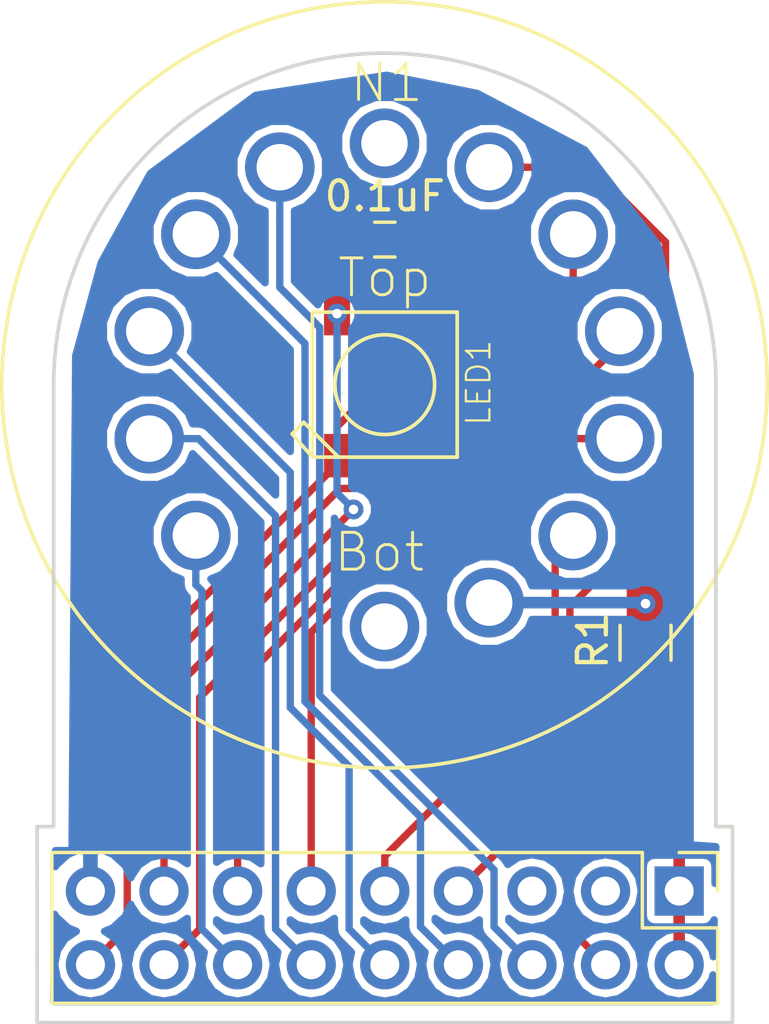
<source format=kicad_pcb>
(kicad_pcb (version 4) (host pcbnew 4.0.6)

  (general
    (links 19)
    (no_connects 19)
    (area 147.954999 107.886499 172.085001 141.443501)
    (thickness 1.6002)
    (drawings 9)
    (tracks 87)
    (zones 0)
    (modules 6)
    (nets 19)
  )

  (page A4)
  (layers
    (0 F.Cu signal)
    (31 B.Cu signal)
    (34 B.Paste user)
    (35 F.Paste user)
    (36 B.SilkS user)
    (37 F.SilkS user)
    (38 B.Mask user)
    (39 F.Mask user)
    (44 Edge.Cuts user)
  )

  (setup
    (last_trace_width 0.254)
    (user_trace_width 0.1524)
    (user_trace_width 0.2)
    (user_trace_width 0.25)
    (user_trace_width 0.3)
    (user_trace_width 0.4)
    (user_trace_width 0.5)
    (user_trace_width 0.6)
    (user_trace_width 0.8)
    (trace_clearance 0.254)
    (zone_clearance 0.1524)
    (zone_45_only no)
    (trace_min 0.1524)
    (segment_width 0.127)
    (edge_width 0.127)
    (via_size 0.6858)
    (via_drill 0.3302)
    (via_min_size 0.6858)
    (via_min_drill 0.3302)
    (uvia_size 0.508)
    (uvia_drill 0.127)
    (uvias_allowed no)
    (uvia_min_size 0.508)
    (uvia_min_drill 0.127)
    (pcb_text_width 0.127)
    (pcb_text_size 0.6 0.6)
    (mod_edge_width 0.127)
    (mod_text_size 0.6 0.6)
    (mod_text_width 0.127)
    (pad_size 1.524 1.524)
    (pad_drill 0.762)
    (pad_to_mask_clearance 0.05)
    (pad_to_paste_clearance -0.04)
    (aux_axis_origin 0 0)
    (grid_origin 160.02 119.38)
    (visible_elements 7FFFFF7F)
    (pcbplotparams
      (layerselection 0x3ffff_80000001)
      (usegerberextensions true)
      (usegerberattributes true)
      (excludeedgelayer true)
      (linewidth 0.127000)
      (plotframeref false)
      (viasonmask false)
      (mode 1)
      (useauxorigin false)
      (hpglpennumber 1)
      (hpglpenspeed 20)
      (hpglpendiameter 15)
      (hpglpenoverlay 2)
      (psnegative false)
      (psa4output false)
      (plotreference true)
      (plotvalue true)
      (plotinvisibletext false)
      (padsonsilk false)
      (subtractmaskfromsilk false)
      (outputformat 1)
      (mirror false)
      (drillshape 0)
      (scaleselection 1)
      (outputdirectory CAM/))
  )

  (net 0 "")
  (net 1 +5V)
  (net 2 GND)
  (net 3 /Anode)
  (net 4 /Dout)
  (net 5 /Din)
  (net 6 "Net-(J1-Pad3)")
  (net 7 /HV6)
  (net 8 /HV5)
  (net 9 /HV10)
  (net 10 /HV4)
  (net 11 /HV9)
  (net 12 /HV3)
  (net 13 /HV8)
  (net 14 /HV2)
  (net 15 /HV7)
  (net 16 /HV1)
  (net 17 "Net-(J1-Pad5)")
  (net 18 "Net-(N1-PadA)")

  (net_class Default "Imperial - this is the standard class"
    (clearance 0.254)
    (trace_width 0.254)
    (via_dia 0.6858)
    (via_drill 0.3302)
    (uvia_dia 0.508)
    (uvia_drill 0.127)
    (add_net +5V)
    (add_net /Anode)
    (add_net /Din)
    (add_net /Dout)
    (add_net /HV1)
    (add_net /HV10)
    (add_net /HV2)
    (add_net /HV3)
    (add_net /HV4)
    (add_net /HV5)
    (add_net /HV6)
    (add_net /HV7)
    (add_net /HV8)
    (add_net /HV9)
    (add_net GND)
    (add_net "Net-(J1-Pad3)")
    (add_net "Net-(J1-Pad5)")
    (add_net "Net-(N1-PadA)")
  )

  (net_class 0.2mm ""
    (clearance 0.2)
    (trace_width 0.2)
    (via_dia 0.6858)
    (via_drill 0.3302)
    (uvia_dia 0.508)
    (uvia_drill 0.127)
  )

  (net_class Minimal ""
    (clearance 0.1524)
    (trace_width 0.1524)
    (via_dia 0.6858)
    (via_drill 0.3302)
    (uvia_dia 0.508)
    (uvia_drill 0.127)
  )

  (module adafruit:adafruit-WS2812B (layer F.Cu) (tedit 5A39BE5B) (tstamp 5A3ACAFA)
    (at 160.02 119.38 90)
    (path /592C7523)
    (attr smd)
    (fp_text reference LED1 (at 0.0635 3.2385 90) (layer F.SilkS)
      (effects (font (size 0.8128 0.8128) (thickness 0.0762)))
    )
    (fp_text value WS2812B5050 (at 0 0 90) (layer F.SilkS) hide
      (effects (font (thickness 0.15)))
    )
    (fp_line (start 2.49936 2.49936) (end -2.49936 2.49936) (layer F.SilkS) (width 0.127))
    (fp_line (start -2.49936 2.49936) (end -2.49936 -1.59766) (layer F.SilkS) (width 0.127))
    (fp_line (start -2.49936 -1.59766) (end -2.49936 -2.49936) (layer F.SilkS) (width 0.127))
    (fp_line (start -2.49936 -2.49936) (end -1.59766 -2.49936) (layer F.SilkS) (width 0.127))
    (fp_line (start -1.59766 -2.49936) (end 2.49936 -2.49936) (layer F.SilkS) (width 0.127))
    (fp_line (start 2.49936 -2.49936) (end 2.49936 2.49936) (layer F.SilkS) (width 0.127))
    (fp_line (start -2.49936 -1.59766) (end -1.59766 -2.49936) (layer F.SilkS) (width 0.127))
    (fp_line (start -1.59766 -2.49936) (end -1.29794 -2.79908) (layer F.SilkS) (width 0.127))
    (fp_line (start -1.29794 -2.79908) (end -1.69926 -3.19786) (layer F.SilkS) (width 0.127))
    (fp_line (start -1.69926 -3.19786) (end -2.49936 -2.49936) (layer F.SilkS) (width 0.127))
    (fp_circle (center 0 0) (end 0 -1.71958) (layer F.SilkS) (width 0.127))
    (pad 1-VD smd rect (at 2.44856 1.64846 270) (size 1.4986 0.89916) (layers F.Cu F.Paste F.Mask)
      (net 1 +5V))
    (pad 2-DO smd rect (at 2.44856 -1.64846 270) (size 1.4986 0.89916) (layers F.Cu F.Paste F.Mask)
      (net 4 /Dout))
    (pad 3-GN smd rect (at -2.44856 -1.64846 270) (size 1.4986 0.89916) (layers F.Cu F.Paste F.Mask)
      (net 2 GND))
    (pad 4-DI smd rect (at -2.44856 1.64846 270) (size 1.4986 0.89916) (layers F.Cu F.Paste F.Mask)
      (net 5 /Din))
  )

  (module Pin_Headers:Pin_Header_Straight_2x09_Pitch2.54mm (layer F.Cu) (tedit 5A6FF4A0) (tstamp 5A3BE88D)
    (at 170.18 136.84 270)
    (descr "Through hole straight pin header, 2x09, 2.54mm pitch, double rows")
    (tags "Through hole pin header THT 2x09 2.54mm double row")
    (path /5A39B530)
    (fp_text reference J1 (at -2.26 9.96 360) (layer F.SilkS) hide
      (effects (font (size 1 1) (thickness 0.15)))
    )
    (fp_text value Nixie (at 1.27 22.65 270) (layer F.Fab)
      (effects (font (size 1 1) (thickness 0.15)))
    )
    (fp_line (start 0 -1.27) (end 3.81 -1.27) (layer F.Fab) (width 0.1))
    (fp_line (start 3.81 -1.27) (end 3.81 21.59) (layer F.Fab) (width 0.1))
    (fp_line (start 3.81 21.59) (end -1.27 21.59) (layer F.Fab) (width 0.1))
    (fp_line (start -1.27 21.59) (end -1.27 0) (layer F.Fab) (width 0.1))
    (fp_line (start -1.27 0) (end 0 -1.27) (layer F.Fab) (width 0.1))
    (fp_line (start -1.33 21.65) (end 3.87 21.65) (layer F.SilkS) (width 0.12))
    (fp_line (start -1.33 1.27) (end -1.33 21.65) (layer F.SilkS) (width 0.12))
    (fp_line (start 3.87 -1.33) (end 3.87 21.65) (layer F.SilkS) (width 0.12))
    (fp_line (start -1.33 1.27) (end 1.27 1.27) (layer F.SilkS) (width 0.12))
    (fp_line (start 1.27 1.27) (end 1.27 -1.33) (layer F.SilkS) (width 0.12))
    (fp_line (start 1.27 -1.33) (end 3.87 -1.33) (layer F.SilkS) (width 0.12))
    (fp_line (start -1.33 0) (end -1.33 -1.33) (layer F.SilkS) (width 0.12))
    (fp_line (start -1.33 -1.33) (end 0 -1.33) (layer F.SilkS) (width 0.12))
    (fp_line (start -1.8 -1.8) (end -1.8 22.1) (layer F.CrtYd) (width 0.05))
    (fp_line (start -1.8 22.1) (end 4.35 22.1) (layer F.CrtYd) (width 0.05))
    (fp_line (start 4.35 22.1) (end 4.35 -1.8) (layer F.CrtYd) (width 0.05))
    (fp_line (start 4.35 -1.8) (end -1.8 -1.8) (layer F.CrtYd) (width 0.05))
    (fp_text user %R (at 1.27 10.16 360) (layer F.Fab)
      (effects (font (size 1 1) (thickness 0.15)))
    )
    (pad 1 thru_hole rect (at 0 0 270) (size 1.7 1.7) (drill 1) (layers *.Cu *.Mask)
      (net 3 /Anode))
    (pad 2 thru_hole oval (at 2.54 0 270) (size 1.7 1.7) (drill 1) (layers *.Cu *.Mask)
      (net 3 /Anode))
    (pad 3 thru_hole oval (at 0 2.54 270) (size 1.7 1.7) (drill 1) (layers *.Cu *.Mask)
      (net 6 "Net-(J1-Pad3)"))
    (pad 4 thru_hole oval (at 2.54 2.54 270) (size 1.7 1.7) (drill 1) (layers *.Cu *.Mask)
      (net 7 /HV6))
    (pad 5 thru_hole oval (at 0 5.08 270) (size 1.7 1.7) (drill 1) (layers *.Cu *.Mask)
      (net 17 "Net-(J1-Pad5)"))
    (pad 6 thru_hole oval (at 2.54 5.08 270) (size 1.7 1.7) (drill 1) (layers *.Cu *.Mask)
      (net 8 /HV5))
    (pad 7 thru_hole oval (at 0 7.62 270) (size 1.7 1.7) (drill 1) (layers *.Cu *.Mask)
      (net 9 /HV10))
    (pad 8 thru_hole oval (at 2.54 7.62 270) (size 1.7 1.7) (drill 1) (layers *.Cu *.Mask)
      (net 10 /HV4))
    (pad 9 thru_hole oval (at 0 10.16 270) (size 1.7 1.7) (drill 1) (layers *.Cu *.Mask)
      (net 11 /HV9))
    (pad 10 thru_hole oval (at 2.54 10.16 270) (size 1.7 1.7) (drill 1) (layers *.Cu *.Mask)
      (net 12 /HV3))
    (pad 11 thru_hole oval (at 0 12.7 270) (size 1.7 1.7) (drill 1) (layers *.Cu *.Mask)
      (net 13 /HV8))
    (pad 12 thru_hole oval (at 2.54 12.7 270) (size 1.7 1.7) (drill 1) (layers *.Cu *.Mask)
      (net 14 /HV2))
    (pad 13 thru_hole oval (at 0 15.24 270) (size 1.7 1.7) (drill 1) (layers *.Cu *.Mask)
      (net 15 /HV7))
    (pad 14 thru_hole oval (at 2.54 15.24 270) (size 1.7 1.7) (drill 1) (layers *.Cu *.Mask)
      (net 16 /HV1))
    (pad 15 thru_hole oval (at 0 17.78 270) (size 1.7 1.7) (drill 1) (layers *.Cu *.Mask)
      (net 4 /Dout))
    (pad 16 thru_hole oval (at 2.54 17.78 270) (size 1.7 1.7) (drill 1) (layers *.Cu *.Mask)
      (net 5 /Din))
    (pad 17 thru_hole oval (at 0 20.32 270) (size 1.7 1.7) (drill 1) (layers *.Cu *.Mask)
      (net 2 GND))
    (pad 18 thru_hole oval (at 2.54 20.32 270) (size 1.7 1.7) (drill 1) (layers *.Cu *.Mask)
      (net 1 +5V))
    (model ${KISYS3DMOD}/Pin_Headers.3dshapes/Pin_Header_Straight_2x09_Pitch2.54mm.wrl
      (at (xyz 0 0 0))
      (scale (xyz 1 1 1))
      (rotate (xyz 0 0 0))
    )
  )

  (module Capacitors_SMD:C_0603_HandSoldering (layer F.Cu) (tedit 5A39C51B) (tstamp 5A3BEDEB)
    (at 160.02 114.38 180)
    (descr "Capacitor SMD 0603, hand soldering")
    (tags "capacitor 0603")
    (path /592C7A4C)
    (attr smd)
    (fp_text reference C1 (at 0 1.5 180) (layer F.SilkS) hide
      (effects (font (size 1 1) (thickness 0.15)))
    )
    (fp_text value 0.1uF (at 0 1.5 180) (layer F.SilkS)
      (effects (font (size 1 1) (thickness 0.15)))
    )
    (fp_text user %R (at 0 -1.25 180) (layer F.Fab)
      (effects (font (size 1 1) (thickness 0.15)))
    )
    (fp_line (start -0.8 0.4) (end -0.8 -0.4) (layer F.Fab) (width 0.1))
    (fp_line (start 0.8 0.4) (end -0.8 0.4) (layer F.Fab) (width 0.1))
    (fp_line (start 0.8 -0.4) (end 0.8 0.4) (layer F.Fab) (width 0.1))
    (fp_line (start -0.8 -0.4) (end 0.8 -0.4) (layer F.Fab) (width 0.1))
    (fp_line (start -0.35 -0.6) (end 0.35 -0.6) (layer F.SilkS) (width 0.12))
    (fp_line (start 0.35 0.6) (end -0.35 0.6) (layer F.SilkS) (width 0.12))
    (fp_line (start -1.8 -0.65) (end 1.8 -0.65) (layer F.CrtYd) (width 0.05))
    (fp_line (start -1.8 -0.65) (end -1.8 0.65) (layer F.CrtYd) (width 0.05))
    (fp_line (start 1.8 0.65) (end 1.8 -0.65) (layer F.CrtYd) (width 0.05))
    (fp_line (start 1.8 0.65) (end -1.8 0.65) (layer F.CrtYd) (width 0.05))
    (pad 1 smd rect (at -0.95 0 180) (size 1.2 0.75) (layers F.Cu F.Paste F.Mask)
      (net 1 +5V))
    (pad 2 smd rect (at 0.95 0 180) (size 1.2 0.75) (layers F.Cu F.Paste F.Mask)
      (net 2 GND))
    (model Capacitors_SMD.3dshapes/C_0603.wrl
      (at (xyz 0 0 0))
      (scale (xyz 1 1 1))
      (rotate (xyz 0 0 0))
    )
  )

  (module logos:mermaid_l (layer B.Cu) (tedit 0) (tstamp 5A3BEF0C)
    (at 164.0205 118.9355 180)
    (fp_text reference G*** (at 0 0 180) (layer B.SilkS) hide
      (effects (font (thickness 0.3)) (justify mirror))
    )
    (fp_text value LOGO (at 0.75 0 180) (layer B.SilkS) hide
      (effects (font (thickness 0.3)) (justify mirror))
    )
    (fp_poly (pts (xy 0.016811 3.773536) (xy 0.035492 3.771585) (xy 0.039687 3.770741) (xy 0.079417 3.757244)
      (xy 0.111324 3.737775) (xy 0.124832 3.725513) (xy 0.142677 3.704599) (xy 0.153161 3.684612)
      (xy 0.15793 3.661447) (xy 0.15875 3.64097) (xy 0.158058 3.61993) (xy 0.155124 3.604749)
      (xy 0.148654 3.590748) (xy 0.141938 3.580059) (xy 0.122141 3.557766) (xy 0.098998 3.544256)
      (xy 0.074141 3.539962) (xy 0.049199 3.545313) (xy 0.036501 3.55221) (xy 0.025568 3.560763)
      (xy 0.019906 3.570026) (xy 0.017449 3.584153) (xy 0.016932 3.59157) (xy 0.016648 3.608477)
      (xy 0.018904 3.618133) (xy 0.024587 3.623743) (xy 0.026084 3.624592) (xy 0.039465 3.627784)
      (xy 0.050441 3.626922) (xy 0.059967 3.622881) (xy 0.061919 3.615123) (xy 0.060823 3.608777)
      (xy 0.060289 3.596153) (xy 0.064906 3.590901) (xy 0.073078 3.592235) (xy 0.083211 3.599369)
      (xy 0.093713 3.61152) (xy 0.102989 3.6279) (xy 0.103896 3.629997) (xy 0.108418 3.643365)
      (xy 0.108287 3.6547) (xy 0.103467 3.669685) (xy 0.087643 3.698859) (xy 0.064252 3.721926)
      (xy 0.050164 3.731216) (xy 0.036916 3.737802) (xy 0.022748 3.741623) (xy 0.004134 3.743365)
      (xy -0.014288 3.743716) (xy -0.040147 3.742911) (xy -0.057394 3.740394) (xy -0.064294 3.73724)
      (xy -0.073648 3.731439) (xy -0.077728 3.730626) (xy -0.088165 3.726605) (xy -0.102163 3.716065)
      (xy -0.117406 3.701291) (xy -0.131579 3.684564) (xy -0.142367 3.668169) (xy -0.143717 3.665542)
      (xy -0.151883 3.648712) (xy -0.159332 3.633251) (xy -0.163088 3.620111) (xy -0.165384 3.598867)
      (xy -0.16631 3.568514) (xy -0.166318 3.553876) (xy -0.166026 3.5265) (xy -0.165145 3.506715)
      (xy -0.163111 3.491529) (xy -0.159359 3.477949) (xy -0.153324 3.462983) (xy -0.14625 3.447521)
      (xy -0.121753 3.405235) (xy -0.0903 3.36927) (xy -0.051325 3.33924) (xy -0.004264 3.314759)
      (xy 0.051447 3.295441) (xy 0.089958 3.28602) (xy 0.119366 3.282227) (xy 0.156195 3.281263)
      (xy 0.197719 3.282946) (xy 0.241212 3.28709) (xy 0.283951 3.293513) (xy 0.321687 3.301638)
      (xy 0.342155 3.307861) (xy 0.360849 3.315263) (xy 0.376278 3.322945) (xy 0.386953 3.330006)
      (xy 0.391385 3.335547) (xy 0.388082 3.338667) (xy 0.383597 3.339042) (xy 0.373649 3.342219)
      (xy 0.357833 3.350734) (xy 0.338335 3.36306) (xy 0.317344 3.377673) (xy 0.297047 3.393046)
      (xy 0.279632 3.407655) (xy 0.267286 3.419973) (xy 0.26692 3.420407) (xy 0.246827 3.446164)
      (xy 0.232225 3.469838) (xy 0.221889 3.494463) (xy 0.214597 3.523071) (xy 0.209127 3.558694)
      (xy 0.208269 3.565849) (xy 0.208225 3.599519) (xy 0.214696 3.635439) (xy 0.226608 3.670269)
      (xy 0.242885 3.700666) (xy 0.257355 3.718587) (xy 0.284712 3.739246) (xy 0.316451 3.752322)
      (xy 0.350326 3.757709) (xy 0.384089 3.755304) (xy 0.415495 3.745003) (xy 0.441854 3.727116)
      (xy 0.456743 3.708989) (xy 0.464158 3.687733) (xy 0.465666 3.667574) (xy 0.46447 3.649678)
      (xy 0.459418 3.636679) (xy 0.44831 3.623019) (xy 0.447843 3.622523) (xy 0.432662 3.60928)
      (xy 0.418526 3.60395) (xy 0.413448 3.603625) (xy 0.394908 3.608269) (xy 0.381565 3.620647)
      (xy 0.375782 3.638431) (xy 0.375708 3.640833) (xy 0.378805 3.655072) (xy 0.386689 3.660815)
      (xy 0.397247 3.657238) (xy 0.40302 3.65151) (xy 0.411119 3.643576) (xy 0.417703 3.64383)
      (xy 0.420717 3.645984) (xy 0.426691 3.656909) (xy 0.428309 3.673525) (xy 0.425542 3.691863)
      (xy 0.421138 3.703294) (xy 0.410709 3.716673) (xy 0.399156 3.725521) (xy 0.381042 3.731036)
      (xy 0.358057 3.732598) (xy 0.335132 3.730244) (xy 0.318905 3.724949) (xy 0.298369 3.711409)
      (xy 0.278961 3.693672) (xy 0.264484 3.675356) (xy 0.26187 3.670693) (xy 0.258107 3.658302)
      (xy 0.255508 3.640465) (xy 0.254155 3.620218) (xy 0.254128 3.6006) (xy 0.25551 3.584648)
      (xy 0.258381 3.5754) (xy 0.259291 3.574521) (xy 0.263387 3.567227) (xy 0.264583 3.558334)
      (xy 0.266434 3.54854) (xy 0.269875 3.545417) (xy 0.274956 3.541344) (xy 0.275166 3.539772)
      (xy 0.278369 3.532005) (xy 0.286651 3.519125) (xy 0.298022 3.503894) (xy 0.310492 3.489074)
      (xy 0.315691 3.483521) (xy 0.332808 3.469181) (xy 0.356966 3.453086) (xy 0.385192 3.436898)
      (xy 0.41451 3.422278) (xy 0.441945 3.410886) (xy 0.451563 3.407656) (xy 0.513508 3.39253)
      (xy 0.572008 3.386659) (xy 0.6285 3.390216) (xy 0.684423 3.403376) (xy 0.741216 3.42631)
      (xy 0.78052 3.447259) (xy 0.817352 3.46804) (xy 0.848125 3.483558) (xy 0.875501 3.494552)
      (xy 0.902139 3.501759) (xy 0.9307 3.505917) (xy 0.963843 3.507764) (xy 0.999762 3.50806)
      (xy 1.029829 3.507596) (xy 1.058475 3.506543) (xy 1.08289 3.505047) (xy 1.100268 3.50325)
      (xy 1.103312 3.502746) (xy 1.124251 3.498943) (xy 1.148566 3.494739) (xy 1.16152 3.492588)
      (xy 1.183437 3.488718) (xy 1.205109 3.484407) (xy 1.21576 3.482026) (xy 1.242534 3.475574)
      (xy 1.261268 3.470981) (xy 1.27422 3.467665) (xy 1.283649 3.465044) (xy 1.29181 3.462534)
      (xy 1.293812 3.46189) (xy 1.330054 3.447173) (xy 1.362613 3.428217) (xy 1.390124 3.406284)
      (xy 1.411222 3.382636) (xy 1.42454 3.358536) (xy 1.428749 3.337087) (xy 1.430965 3.31796)
      (xy 1.436932 3.293293) (xy 1.445634 3.266996) (xy 1.4496 3.257021) (xy 1.460028 3.223921)
      (xy 1.465344 3.188889) (xy 1.465701 3.173183) (xy 1.465206 3.152449) (xy 1.465622 3.140318)
      (xy 1.467505 3.134815) (xy 1.471411 3.133966) (xy 1.476375 3.135313) (xy 1.485246 3.136563)
      (xy 1.485546 3.132317) (xy 1.477379 3.123141) (xy 1.473497 3.119686) (xy 1.464568 3.110292)
      (xy 1.463129 3.101507) (xy 1.465406 3.093994) (xy 1.472998 3.082438) (xy 1.485846 3.06985)
      (xy 1.491895 3.065257) (xy 1.507592 3.051442) (xy 1.513053 3.038041) (xy 1.508312 3.023896)
      (xy 1.493572 3.007997) (xy 1.481954 2.996879) (xy 1.477871 2.989625) (xy 1.480148 2.984092)
      (xy 1.480343 2.983889) (xy 1.48489 2.973373) (xy 1.486712 2.956585) (xy 1.485771 2.93749)
      (xy 1.482027 2.920051) (xy 1.481007 2.917281) (xy 1.468042 2.883178) (xy 1.459777 2.85676)
      (xy 1.455764 2.836468) (xy 1.455208 2.827306) (xy 1.451635 2.812089) (xy 1.440656 2.801224)
      (xy 1.433744 2.797314) (xy 1.425278 2.794661) (xy 1.41333 2.793085) (xy 1.395971 2.79241)
      (xy 1.371273 2.792457) (xy 1.349375 2.792809) (xy 1.31873 2.793255) (xy 1.296659 2.793112)
      (xy 1.281157 2.792186) (xy 1.270221 2.790279) (xy 1.261849 2.787196) (xy 1.255447 2.783626)
      (xy 1.244268 2.774775) (xy 1.238474 2.766405) (xy 1.23825 2.764974) (xy 1.235863 2.757876)
      (xy 1.233805 2.756959) (xy 1.229201 2.752098) (xy 1.223916 2.739092) (xy 1.218503 2.720308)
      (xy 1.213515 2.698112) (xy 1.209506 2.674871) (xy 1.207028 2.652951) (xy 1.2065 2.640132)
      (xy 1.207874 2.614203) (xy 1.211589 2.582523) (xy 1.217032 2.549504) (xy 1.222776 2.522803)
      (xy 1.235661 2.473043) (xy 1.247332 2.433315) (xy 1.257929 2.403156) (xy 1.259293 2.399771)
      (xy 1.264013 2.387513) (xy 1.269636 2.371955) (xy 1.270086 2.370667) (xy 1.278721 2.347809)
      (xy 1.289907 2.322021) (xy 1.304888 2.290463) (xy 1.308378 2.283355) (xy 1.317963 2.259043)
      (xy 1.323702 2.234224) (xy 1.325348 2.211548) (xy 1.322652 2.19366) (xy 1.317561 2.184909)
      (xy 1.307186 2.176016) (xy 1.292853 2.165074) (xy 1.277255 2.153968) (xy 1.263087 2.144581)
      (xy 1.253044 2.138797) (xy 1.250232 2.137834) (xy 1.242386 2.13401) (xy 1.231208 2.124466)
      (xy 1.219519 2.11209) (xy 1.21014 2.099773) (xy 1.206613 2.093154) (xy 1.204218 2.073293)
      (xy 1.210459 2.048342) (xy 1.211685 2.04523) (xy 1.220793 2.023791) (xy 1.23213 1.998543)
      (xy 1.244765 1.971403) (xy 1.257766 1.944284) (xy 1.270202 1.9191) (xy 1.281142 1.897767)
      (xy 1.289653 1.882198) (xy 1.294804 1.874308) (xy 1.294911 1.874195) (xy 1.300737 1.866426)
      (xy 1.30175 1.863411) (xy 1.305702 1.855954) (xy 1.316422 1.843726) (xy 1.332206 1.828296)
      (xy 1.351351 1.811235) (xy 1.372151 1.794113) (xy 1.392903 1.778501) (xy 1.397 1.775628)
      (xy 1.412481 1.764474) (xy 1.432822 1.749179) (xy 1.456251 1.731147) (xy 1.480994 1.711783)
      (xy 1.505277 1.692489) (xy 1.527327 1.674669) (xy 1.54537 1.659728) (xy 1.557633 1.649068)
      (xy 1.561041 1.645785) (xy 1.566531 1.641261) (xy 1.577559 1.632846) (xy 1.584854 1.62743)
      (xy 1.599074 1.616479) (xy 1.610642 1.606732) (xy 1.613958 1.603563) (xy 1.621166 1.597319)
      (xy 1.63503 1.586326) (xy 1.653625 1.57203) (xy 1.675029 1.555881) (xy 1.697317 1.539326)
      (xy 1.718566 1.523814) (xy 1.736854 1.510793) (xy 1.740958 1.507944) (xy 1.75542 1.497422)
      (xy 1.767734 1.487559) (xy 1.769672 1.48584) (xy 1.781335 1.477351) (xy 1.789516 1.473434)
      (xy 1.797549 1.469117) (xy 1.799166 1.466423) (xy 1.803588 1.462135) (xy 1.814535 1.456503)
      (xy 1.817687 1.455209) (xy 1.829662 1.449593) (xy 1.835937 1.444862) (xy 1.836208 1.4441)
      (xy 1.840779 1.440501) (xy 1.852852 1.434525) (xy 1.869967 1.42737) (xy 1.872824 1.426267)
      (xy 1.88894 1.420424) (xy 1.902804 1.416562) (xy 1.917198 1.414357) (xy 1.934907 1.413483)
      (xy 1.958714 1.413615) (xy 1.977334 1.414048) (xy 2.011477 1.415666) (xy 2.050591 1.418652)
      (xy 2.089221 1.422539) (xy 2.114726 1.425785) (xy 2.14488 1.42989) (xy 2.16751 1.432256)
      (xy 2.18552 1.432964) (xy 2.201812 1.432095) (xy 2.219288 1.429731) (xy 2.224528 1.428856)
      (xy 2.245404 1.424861) (xy 2.257747 1.421152) (xy 2.263552 1.416902) (xy 2.264833 1.412127)
      (xy 2.263508 1.406717) (xy 2.257986 1.403732) (xy 2.245944 1.402491) (xy 2.231409 1.402292)
      (xy 2.207764 1.401303) (xy 2.182238 1.398663) (xy 2.158033 1.394866) (xy 2.138355 1.390404)
      (xy 2.12725 1.386276) (xy 2.123304 1.383434) (xy 2.123829 1.381057) (xy 2.130164 1.378752)
      (xy 2.143652 1.376125) (xy 2.165634 1.37278) (xy 2.180166 1.370725) (xy 2.208747 1.366286)
      (xy 2.230983 1.361492) (xy 2.251087 1.355226) (xy 2.27327 1.34637) (xy 2.275416 1.345449)
      (xy 2.291879 1.337058) (xy 2.307873 1.326809) (xy 2.32072 1.316668) (xy 2.327745 1.308602)
      (xy 2.328333 1.306591) (xy 2.323743 1.304335) (xy 2.312281 1.304011) (xy 2.297402 1.305252)
      (xy 2.282566 1.307694) (xy 2.271229 1.31097) (xy 2.267743 1.312991) (xy 2.258675 1.31683)
      (xy 2.251604 1.317626) (xy 2.239817 1.320172) (xy 2.234786 1.323331) (xy 2.225761 1.326846)
      (xy 2.213884 1.326984) (xy 2.204136 1.325219) (xy 2.204029 1.323129) (xy 2.20927 1.320799)
      (xy 2.23606 1.310129) (xy 2.25511 1.301894) (xy 2.268643 1.294964) (xy 2.278885 1.288209)
      (xy 2.287322 1.281169) (xy 2.296853 1.2715) (xy 2.301715 1.264499) (xy 2.301875 1.263719)
      (xy 2.297454 1.259587) (xy 2.285098 1.260225) (xy 2.266162 1.265338) (xy 2.242005 1.274631)
      (xy 2.232778 1.27872) (xy 2.210862 1.287938) (xy 2.195226 1.292907) (xy 2.186673 1.293593)
      (xy 2.186011 1.289959) (xy 2.194044 1.28197) (xy 2.19612 1.28034) (xy 2.207237 1.273141)
      (xy 2.215319 1.270118) (xy 2.221801 1.265714) (xy 2.226876 1.256324) (xy 2.227791 1.251047)
      (xy 2.223516 1.248302) (xy 2.212505 1.249392) (xy 2.197482 1.253408) (xy 2.181171 1.259436)
      (xy 2.166296 1.266566) (xy 2.15558 1.273887) (xy 2.153708 1.275833) (xy 2.146702 1.280288)
      (xy 2.132687 1.286789) (xy 2.114695 1.294037) (xy 2.095756 1.300732) (xy 2.095124 1.300937)
      (xy 2.07869 1.304461) (xy 2.057774 1.306667) (xy 2.046312 1.307042) (xy 2.028903 1.306558)
      (xy 2.018807 1.304253) (xy 2.012768 1.298853) (xy 2.009183 1.29249) (xy 2.005287 1.278785)
      (xy 2.008579 1.265874) (xy 2.019902 1.252443) (xy 2.040101 1.237179) (xy 2.048014 1.232048)
      (xy 2.069352 1.218173) (xy 2.083328 1.207722) (xy 2.091758 1.198848) (xy 2.096459 1.189706)
      (xy 2.098878 1.180349) (xy 2.099775 1.168122) (xy 2.095521 1.163627) (xy 2.094838 1.16354)
      (xy 2.077123 1.165005) (xy 2.064663 1.173081) (xy 2.054291 1.180457) (xy 2.036679 1.190046)
      (xy 2.014573 1.20055) (xy 1.990717 1.210671) (xy 1.967857 1.219114) (xy 1.965854 1.219776)
      (xy 1.928101 1.233609) (xy 1.898307 1.248381) (xy 1.87387 1.26573) (xy 1.852189 1.287294)
      (xy 1.844908 1.29597) (xy 1.82922 1.314316) (xy 1.813605 1.330793) (xy 1.80082 1.342542)
      (xy 1.797992 1.344686) (xy 1.786309 1.353213) (xy 1.778836 1.359346) (xy 1.778 1.360236)
      (xy 1.771224 1.365606) (xy 1.75693 1.374794) (xy 1.736985 1.386729) (xy 1.713259 1.400343)
      (xy 1.687619 1.414565) (xy 1.661936 1.428326) (xy 1.638076 1.440557) (xy 1.635125 1.442019)
      (xy 1.587553 1.46584) (xy 1.546283 1.487396) (xy 1.507857 1.50852) (xy 1.481666 1.52353)
      (xy 1.464862 1.532936) (xy 1.450648 1.540248) (xy 1.443302 1.543429) (xy 1.435482 1.548118)
      (xy 1.434041 1.551076) (xy 1.429946 1.555562) (xy 1.42835 1.55575) (xy 1.421455 1.558368)
      (xy 1.407463 1.565519) (xy 1.388265 1.576151) (xy 1.365753 1.589212) (xy 1.341819 1.60365)
      (xy 1.338081 1.605957) (xy 1.328838 1.611626) (xy 1.314356 1.620452) (xy 1.303686 1.626934)
      (xy 1.289183 1.635949) (xy 1.278713 1.64286) (xy 1.275291 1.645485) (xy 1.269816 1.650117)
      (xy 1.258818 1.65865) (xy 1.251479 1.66417) (xy 1.234056 1.677274) (xy 1.220686 1.687881)
      (xy 1.208649 1.698391) (xy 1.195222 1.711206) (xy 1.177684 1.728725) (xy 1.173427 1.733021)
      (xy 1.154691 1.753203) (xy 1.136473 1.774958) (xy 1.121826 1.794574) (xy 1.117957 1.80049)
      (xy 1.107458 1.815879) (xy 1.098096 1.826821) (xy 1.091977 1.830917) (xy 1.085418 1.828569)
      (xy 1.084785 1.826948) (xy 1.081627 1.820717) (xy 1.073818 1.810294) (xy 1.071556 1.807605)
      (xy 1.063024 1.796859) (xy 1.058535 1.789598) (xy 1.058333 1.788759) (xy 1.055116 1.78268)
      (xy 1.048847 1.77503) (xy 1.038358 1.760344) (xy 1.026121 1.737991) (xy 1.013216 1.710506)
      (xy 1.00072 1.680421) (xy 0.989714 1.650268) (xy 0.981275 1.622581) (xy 0.977986 1.608667)
      (xy 0.968972 1.562362) (xy 0.962328 1.523365) (xy 0.95779 1.488735) (xy 0.955093 1.45553)
      (xy 0.953972 1.420809) (xy 0.954162 1.38163) (xy 0.954874 1.352021) (xy 0.955956 1.318336)
      (xy 0.957154 1.287144) (xy 0.958377 1.260422) (xy 0.959534 1.240144) (xy 0.960534 1.228284)
      (xy 0.960617 1.227667) (xy 0.961429 1.217554) (xy 0.962358 1.198447) (xy 0.96335 1.171939)
      (xy 0.964353 1.139617) (xy 0.96531 1.103071) (xy 0.96617 1.063891) (xy 0.966176 1.063625)
      (xy 0.966988 1.016579) (xy 0.967314 0.977779) (xy 0.967075 0.9449) (xy 0.96619 0.915612)
      (xy 0.964579 0.887587) (xy 0.962164 0.858498) (xy 0.958863 0.826017) (xy 0.95765 0.814917)
      (xy 0.951084 0.75682) (xy 0.945176 0.707679) (xy 0.939682 0.665903) (xy 0.934356 0.629902)
      (xy 0.928956 0.598088) (xy 0.923235 0.56887) (xy 0.916949 0.54066) (xy 0.912885 0.523875)
      (xy 0.906794 0.498662) (xy 0.901413 0.475129) (xy 0.897462 0.456489) (xy 0.895973 0.44834)
      (xy 0.892856 0.434708) (xy 0.889085 0.426281) (xy 0.888285 0.425538) (xy 0.884592 0.418555)
      (xy 0.883669 0.411115) (xy 0.882028 0.401383) (xy 0.877635 0.38436) (xy 0.871226 0.362746)
      (xy 0.866028 0.346605) (xy 0.857767 0.321534) (xy 0.84996 0.297435) (xy 0.843739 0.277819)
      (xy 0.841302 0.269875) (xy 0.836378 0.25453) (xy 0.832191 0.243342) (xy 0.830942 0.240771)
      (xy 0.827336 0.232696) (xy 0.822295 0.21902) (xy 0.820702 0.214313) (xy 0.81395 0.195276)
      (xy 0.806669 0.176625) (xy 0.80583 0.174625) (xy 0.798972 0.158321) (xy 0.792944 0.14374)
      (xy 0.792593 0.142875) (xy 0.786649 0.129107) (xy 0.782549 0.120458) (xy 0.778574 0.110063)
      (xy 0.777875 0.105842) (xy 0.775639 0.099184) (xy 0.769428 0.084596) (xy 0.759982 0.063622)
      (xy 0.748042 0.037806) (xy 0.734349 0.008691) (xy 0.719644 -0.022178) (xy 0.704668 -0.053257)
      (xy 0.690162 -0.083002) (xy 0.676867 -0.10987) (xy 0.665523 -0.132316) (xy 0.656873 -0.148797)
      (xy 0.651656 -0.157769) (xy 0.650888 -0.15875) (xy 0.64704 -0.164585) (xy 0.640139 -0.176579)
      (xy 0.635415 -0.185208) (xy 0.622667 -0.207639) (xy 0.605809 -0.235506) (xy 0.586295 -0.266573)
      (xy 0.565581 -0.298607) (xy 0.545121 -0.329373) (xy 0.52637 -0.356639) (xy 0.510784 -0.378168)
      (xy 0.504464 -0.386291) (xy 0.49882 -0.393433) (xy 0.48822 -0.406992) (xy 0.474188 -0.425014)
      (xy 0.458423 -0.445321) (xy 0.386268 -0.531586) (xy 0.305323 -0.615902) (xy 0.217382 -0.696433)
      (xy 0.193138 -0.716902) (xy 0.177764 -0.729736) (xy 0.165728 -0.739925) (xy 0.159212 -0.745619)
      (xy 0.15875 -0.74607) (xy 0.15364 -0.750212) (xy 0.141905 -0.75919) (xy 0.125441 -0.771566)
      (xy 0.111125 -0.782215) (xy 0.091503 -0.796811) (xy 0.074346 -0.809688) (xy 0.061903 -0.819151)
      (xy 0.057234 -0.822811) (xy 0.046348 -0.830914) (xy 0.033422 -0.839659) (xy 0.019429 -0.849492)
      (xy 0.008262 -0.85853) (xy -0.00115 -0.865562) (xy -0.006772 -0.867833) (xy -0.013177 -0.871028)
      (xy -0.024494 -0.879231) (xy -0.033185 -0.886354) (xy -0.046046 -0.896711) (xy -0.055853 -0.903433)
      (xy -0.059243 -0.904875) (xy -0.065136 -0.907527) (xy -0.076973 -0.9143) (xy -0.09191 -0.923419)
      (xy -0.107104 -0.933106) (xy -0.119711 -0.941585) (xy -0.126887 -0.947081) (xy -0.127 -0.947193)
      (xy -0.133129 -0.951521) (xy -0.142875 -0.957378) (xy -0.152011 -0.962765) (xy -0.168175 -0.972485)
      (xy -0.189376 -0.985333) (xy -0.213623 -1.000104) (xy -0.223801 -1.006326) (xy -0.247553 -1.020777)
      (xy -0.267952 -1.033032) (xy -0.283378 -1.04213) (xy -0.292207 -1.047106) (xy -0.293632 -1.04775)
      (xy -0.298902 -1.050229) (xy -0.310818 -1.056768) (xy -0.326931 -1.066017) (xy -0.328991 -1.067222)
      (xy -0.356603 -1.083148) (xy -0.386048 -1.099703) (xy -0.414493 -1.115327) (xy -0.439106 -1.128464)
      (xy -0.455084 -1.136599) (xy -0.467632 -1.14309) (xy -0.475484 -1.147821) (xy -0.47625 -1.148468)
      (xy -0.481786 -1.151903) (xy -0.494692 -1.158989) (xy -0.512891 -1.168607) (xy -0.529167 -1.177013)
      (xy -0.578322 -1.202179) (xy -0.622845 -1.225001) (xy -0.661951 -1.245075) (xy -0.694854 -1.261998)
      (xy -0.720769 -1.275365) (xy -0.73891 -1.284772) (xy -0.748492 -1.289816) (xy -0.748968 -1.290075)
      (xy -0.758048 -1.294813) (xy -0.773987 -1.302904) (xy -0.794153 -1.313017) (xy -0.80698 -1.3194)
      (xy -0.881231 -1.35675) (xy -0.94652 -1.390707) (xy -1.003734 -1.421745) (xy -1.05376 -1.450342)
      (xy -1.076855 -1.464177) (xy -1.090458 -1.471801) (xy -1.098021 -1.475597) (xy -1.105412 -1.479911)
      (xy -1.119579 -1.488876) (xy -1.138874 -1.501392) (xy -1.161647 -1.516359) (xy -1.18625 -1.532677)
      (xy -1.211035 -1.549246) (xy -1.234352 -1.564966) (xy -1.254552 -1.578737) (xy -1.269988 -1.58946)
      (xy -1.279009 -1.596033) (xy -1.280584 -1.5974) (xy -1.28583 -1.602217) (xy -1.296881 -1.611472)
      (xy -1.309688 -1.621833) (xy -1.369914 -1.675393) (xy -1.421218 -1.732685) (xy -1.463288 -1.79318)
      (xy -1.495811 -1.856346) (xy -1.518476 -1.921651) (xy -1.530971 -1.988566) (xy -1.532115 -2.00072)
      (xy -1.533533 -2.021291) (xy -1.533389 -2.03401) (xy -1.531178 -2.041555) (xy -1.526396 -2.046606)
      (xy -1.523028 -2.048937) (xy -1.508982 -2.055507) (xy -1.492365 -2.060056) (xy -1.492229 -2.060079)
      (xy -1.452691 -2.067475) (xy -1.418964 -2.075738) (xy -1.394355 -2.083271) (xy -1.372487 -2.090356)
      (xy -1.346337 -2.098616) (xy -1.322917 -2.10585) (xy -1.302468 -2.112199) (xy -1.284909 -2.117877)
      (xy -1.273608 -2.12179) (xy -1.272646 -2.122164) (xy -1.262724 -2.125949) (xy -1.246121 -2.132103)
      (xy -1.226116 -2.139411) (xy -1.222375 -2.140766) (xy -1.203039 -2.148094) (xy -1.187481 -2.154598)
      (xy -1.178496 -2.159093) (xy -1.177661 -2.159711) (xy -1.168071 -2.163984) (xy -1.164987 -2.164291)
      (xy -1.156849 -2.166561) (xy -1.141251 -2.172762) (xy -1.120145 -2.181983) (xy -1.095482 -2.193313)
      (xy -1.069213 -2.20584) (xy -1.043289 -2.218653) (xy -1.019661 -2.230841) (xy -1.002771 -2.240067)
      (xy -0.979183 -2.253619) (xy -0.954406 -2.268128) (xy -0.930964 -2.28209) (xy -0.911386 -2.293997)
      (xy -0.898196 -2.302344) (xy -0.897227 -2.302991) (xy -0.84537 -2.340492) (xy -0.792658 -2.383257)
      (xy -0.741528 -2.42907) (xy -0.694416 -2.475712) (xy -0.653759 -2.520968) (xy -0.642579 -2.534708)
      (xy -0.628634 -2.552018) (xy -0.616971 -2.565902) (xy -0.609232 -2.574434) (xy -0.607219 -2.576159)
      (xy -0.603295 -2.582213) (xy -0.60325 -2.582995) (xy -0.599953 -2.59017) (xy -0.592419 -2.599694)
      (xy -0.584795 -2.609595) (xy -0.573492 -2.626331) (xy -0.559985 -2.647494) (xy -0.545751 -2.670677)
      (xy -0.532266 -2.693472) (xy -0.521004 -2.713471) (xy -0.513442 -2.728265) (xy -0.512956 -2.729342)
      (xy -0.506925 -2.740667) (xy -0.501953 -2.746251) (xy -0.501417 -2.746375) (xy -0.497764 -2.750622)
      (xy -0.497417 -2.753524) (xy -0.495063 -2.76201) (xy -0.489037 -2.775934) (xy -0.484188 -2.785554)
      (xy -0.476676 -2.800966) (xy -0.471883 -2.81327) (xy -0.470959 -2.817651) (xy -0.468504 -2.82541)
      (xy -0.46699 -2.826631) (xy -0.463351 -2.832354) (xy -0.457475 -2.846051) (xy -0.450118 -2.865545)
      (xy -0.442034 -2.888659) (xy -0.433976 -2.913215) (xy -0.4267 -2.937036) (xy -0.420958 -2.957944)
      (xy -0.419645 -2.963333) (xy -0.414816 -2.982772) (xy -0.410227 -2.999259) (xy -0.40721 -3.008312)
      (xy -0.403349 -3.020934) (xy -0.400065 -3.036847) (xy -0.399977 -3.037416) (xy -0.397973 -3.049953)
      (xy -0.394675 -3.070065) (xy -0.390554 -3.094892) (xy -0.386442 -3.119437) (xy -0.382507 -3.145522)
      (xy -0.379552 -3.172135) (xy -0.377442 -3.20146) (xy -0.376041 -3.23568) (xy -0.375217 -3.276977)
      (xy -0.374941 -3.306237) (xy -0.374907 -3.341428) (xy -0.375253 -3.373114) (xy -0.375932 -3.399753)
      (xy -0.376895 -3.4198) (xy -0.378095 -3.431711) (xy -0.378888 -3.43429) (xy -0.385103 -3.433466)
      (xy -0.398593 -3.427213) (xy -0.41801 -3.416235) (xy -0.441209 -3.401752) (xy -0.483878 -3.374892)
      (xy -0.526415 -3.34985) (xy -0.571041 -3.325433) (xy -0.619976 -3.30045) (xy -0.67544 -3.27371)
      (xy -0.709084 -3.258031) (xy -0.744498 -3.241758) (xy -0.773275 -3.228687) (xy -0.794644 -3.21916)
      (xy -0.807839 -3.213522) (xy -0.812017 -3.212041) (xy -0.817473 -3.210007) (xy -0.830202 -3.204577)
      (xy -0.847855 -3.196764) (xy -0.855541 -3.193302) (xy -0.87586 -3.184131) (xy -0.893504 -3.176218)
      (xy -0.905456 -3.170914) (xy -0.907521 -3.170016) (xy -0.918356 -3.165316) (xy -0.934412 -3.158299)
      (xy -0.944563 -3.153846) (xy -0.976212 -3.140021) (xy -0.999364 -3.130101) (xy -1.015151 -3.123604)
      (xy -1.018646 -3.12224) (xy -1.034695 -3.115354) (xy -1.057193 -3.104752) (xy -1.083338 -3.091857)
      (xy -1.110325 -3.078089) (xy -1.135352 -3.064868) (xy -1.155614 -3.053616) (xy -1.164167 -3.048495)
      (xy -1.18064 -3.036718) (xy -1.199817 -3.020816) (xy -1.220061 -3.002427) (xy -1.239737 -2.983188)
      (xy -1.257209 -2.964736) (xy -1.27084 -2.948708) (xy -1.278994 -2.936743) (xy -1.280584 -2.931984)
      (xy -1.284494 -2.925639) (xy -1.284991 -2.925409) (xy -1.290019 -2.9202) (xy -1.298403 -2.9087)
      (xy -1.308276 -2.893826) (xy -1.317775 -2.878494) (xy -1.325035 -2.865619) (xy -1.32819 -2.858117)
      (xy -1.328209 -2.857838) (xy -1.332 -2.851529) (xy -1.332427 -2.851326) (xy -1.337013 -2.84591)
      (xy -1.344025 -2.834059) (xy -1.348297 -2.82575) (xy -1.354863 -2.813311) (xy -1.359169 -2.807024)
      (xy -1.360124 -2.807229) (xy -1.360267 -2.814002) (xy -1.360556 -2.829563) (xy -1.360961 -2.852114)
      (xy -1.361448 -2.879861) (xy -1.36193 -2.90777) (xy -1.363484 -2.959059) (xy -1.366614 -3.002125)
      (xy -1.371909 -3.039285) (xy -1.379955 -3.072855) (xy -1.391341 -3.105149) (xy -1.406655 -3.138482)
      (xy -1.426484 -3.175172) (xy -1.432473 -3.185583) (xy -1.441516 -3.200851) (xy -1.454792 -3.222887)
      (xy -1.470945 -3.249473) (xy -1.488616 -3.278392) (xy -1.506447 -3.307427) (xy -1.523079 -3.334361)
      (xy -1.537156 -3.356975) (xy -1.546782 -3.372217) (xy -1.556574 -3.387882) (xy -1.563588 -3.399817)
      (xy -1.566333 -3.405482) (xy -1.566334 -3.405513) (xy -1.569332 -3.411428) (xy -1.571875 -3.414671)
      (xy -1.578955 -3.424037) (xy -1.58836 -3.437955) (xy -1.598309 -3.453578) (xy -1.607021 -3.468061)
      (xy -1.612717 -3.478559) (xy -1.613959 -3.481937) (xy -1.617841 -3.488012) (xy -1.618012 -3.48809)
      (xy -1.62267 -3.49336) (xy -1.6306 -3.505128) (xy -1.640113 -3.520543) (xy -1.649522 -3.536754)
      (xy -1.657137 -3.550911) (xy -1.661271 -3.560162) (xy -1.661584 -3.56167) (xy -1.66483 -3.566534)
      (xy -1.665553 -3.566624) (xy -1.670608 -3.570852) (xy -1.67527 -3.57853) (xy -1.6797 -3.587499)
      (xy -1.687831 -3.603801) (xy -1.698602 -3.625313) (xy -1.710953 -3.649918) (xy -1.714283 -3.656541)
      (xy -1.728714 -3.685357) (xy -1.739369 -3.707018) (xy -1.747301 -3.723791) (xy -1.753561 -3.73794)
      (xy -1.759201 -3.751728) (xy -1.762834 -3.761052) (xy -1.768776 -3.776191) (xy -1.77226 -3.784864)
      (xy -1.776532 -3.796565) (xy -1.782292 -3.813799) (xy -1.786124 -3.825875) (xy -1.794107 -3.850123)
      (xy -1.800605 -3.864974) (xy -1.806629 -3.871317) (xy -1.813196 -3.870039) (xy -1.821317 -3.862026)
      (xy -1.823851 -3.858896) (xy -1.834996 -3.845041) (xy -1.845018 -3.832935) (xy -1.860304 -3.814747)
      (xy -1.871524 -3.80089) (xy -1.881557 -3.787711) (xy -1.892096 -3.773209) (xy -1.901907 -3.758672)
      (xy -1.908513 -3.747198) (xy -1.910292 -3.74234) (xy -1.913744 -3.735549) (xy -1.9147 -3.735034)
      (xy -1.920879 -3.728832) (xy -1.93058 -3.714612) (xy -1.942942 -3.693993) (xy -1.957108 -3.668592)
      (xy -1.972218 -3.640026) (xy -1.987415 -3.609913) (xy -2.001841 -3.579871) (xy -2.014636 -3.551517)
      (xy -2.02375 -3.529541) (xy -2.030337 -3.513335) (xy -2.036097 -3.500143) (xy -2.037835 -3.49654)
      (xy -2.041998 -3.483106) (xy -2.042584 -3.477009) (xy -2.044998 -3.466849) (xy -2.047875 -3.463395)
      (xy -2.052009 -3.456083) (xy -2.053167 -3.44752) (xy -2.054935 -3.436601) (xy -2.057874 -3.432007)
      (xy -2.06186 -3.425217) (xy -2.065111 -3.412716) (xy -2.06525 -3.411851) (xy -2.068334 -3.396797)
      (xy -2.073297 -3.37719) (xy -2.076624 -3.3655) (xy -2.081421 -3.348705) (xy -2.085851 -3.331208)
      (xy -2.090465 -3.310549) (xy -2.095814 -3.284268) (xy -2.102103 -3.251729) (xy -2.104118 -3.235184)
      (xy -2.105738 -3.210034) (xy -2.106964 -3.178127) (xy -2.107796 -3.141317) (xy -2.108236 -3.101454)
      (xy -2.108284 -3.060389) (xy -2.107942 -3.019973) (xy -2.10721 -2.982059) (xy -2.10609 -2.948496)
      (xy -2.104582 -2.921137) (xy -2.102689 -2.901833) (xy -2.101907 -2.897187) (xy -2.097408 -2.875018)
      (xy -2.092897 -2.852736) (xy -2.090653 -2.841625) (xy -2.086154 -2.822216) (xy -2.080107 -2.799624)
      (xy -2.076886 -2.788708) (xy -2.071304 -2.769055) (xy -2.066835 -2.750617) (xy -2.06525 -2.742357)
      (xy -2.062104 -2.729658) (xy -2.058113 -2.722367) (xy -2.057874 -2.722201) (xy -2.054205 -2.715199)
      (xy -2.053167 -2.706687) (xy -2.05117 -2.695606) (xy -2.047875 -2.690812) (xy -2.043441 -2.683353)
      (xy -2.042584 -2.677199) (xy -2.040167 -2.663351) (xy -2.037938 -2.657667) (xy -2.028974 -2.638529)
      (xy -2.021574 -2.620201) (xy -2.016995 -2.605971) (xy -2.016125 -2.600674) (xy -2.013211 -2.593748)
      (xy -2.010834 -2.592916) (xy -2.005838 -2.588784) (xy -2.005542 -2.586757) (xy -2.003029 -2.576598)
      (xy -1.996034 -2.558966) (xy -1.985376 -2.535552) (xy -1.971874 -2.508043) (xy -1.956348 -2.478128)
      (xy -1.939615 -2.447495) (xy -1.928989 -2.428875) (xy -1.917739 -2.409493) (xy -1.907325 -2.391511)
      (xy -1.899972 -2.378766) (xy -1.899878 -2.378604) (xy -1.893802 -2.368895) (xy -1.883596 -2.35347)
      (xy -1.870613 -2.334284) (xy -1.856206 -2.313291) (xy -1.841728 -2.292446) (xy -1.828532 -2.273702)
      (xy -1.817969 -2.259015) (xy -1.811394 -2.250337) (xy -1.810149 -2.248958) (xy -1.805415 -2.243477)
      (xy -1.79682 -2.232467) (xy -1.79131 -2.225145) (xy -1.770344 -2.198459) (xy -1.747083 -2.172196)
      (xy -1.730055 -2.154423) (xy -1.712724 -2.135815) (xy -1.701877 -2.120706) (xy -1.696021 -2.105635)
      (xy -1.693663 -2.087143) (xy -1.693294 -2.069187) (xy -1.691985 -2.037889) (xy -1.688457 -2.002483)
      (xy -1.683224 -1.966327) (xy -1.6768 -1.932777) (xy -1.669697 -1.905193) (xy -1.666961 -1.897062)
      (xy -1.662846 -1.885204) (xy -1.657579 -1.869155) (xy -1.656354 -1.865312) (xy -1.651279 -1.851164)
      (xy -1.643761 -1.832422) (xy -1.634898 -1.811569) (xy -1.62579 -1.791087) (xy -1.617537 -1.773458)
      (xy -1.611237 -1.761167) (xy -1.608328 -1.756833) (xy -1.603622 -1.750578) (xy -1.598123 -1.740958)
      (xy -1.589342 -1.72555) (xy -1.577322 -1.706415) (xy -1.564213 -1.686774) (xy -1.552167 -1.669852)
      (xy -1.543395 -1.658937) (xy -1.533701 -1.647808) (xy -1.522115 -1.633534) (xy -1.519492 -1.630166)
      (xy -1.508995 -1.617837) (xy -1.49282 -1.600341) (xy -1.47301 -1.579751) (xy -1.451607 -1.558137)
      (xy -1.430655 -1.537571) (xy -1.412197 -1.520124) (xy -1.401731 -1.51077) (xy -1.357403 -1.473157)
      (xy -1.318621 -1.441319) (xy -1.283358 -1.413642) (xy -1.249585 -1.38851) (xy -1.235605 -1.378502)
      (xy -1.217641 -1.365669) (xy -1.202341 -1.354536) (xy -1.192293 -1.346995) (xy -1.190625 -1.345662)
      (xy -1.183402 -1.340435) (xy -1.169185 -1.33075) (xy -1.149876 -1.317883) (xy -1.127377 -1.303113)
      (xy -1.121834 -1.299504) (xy -1.099035 -1.284586) (xy -1.079146 -1.271389) (xy -1.06401 -1.261148)
      (xy -1.05547 -1.255099) (xy -1.054588 -1.254392) (xy -1.047619 -1.249468) (xy -1.045761 -1.248833)
      (xy -1.040676 -1.246146) (xy -1.028295 -1.238745) (xy -1.010238 -1.227621) (xy -0.988122 -1.213767)
      (xy -0.976637 -1.2065) (xy -0.952911 -1.191648) (xy -0.932191 -1.179074) (xy -0.916177 -1.169778)
      (xy -0.90657 -1.164761) (xy -0.904767 -1.164166) (xy -0.899734 -1.160136) (xy -0.899584 -1.158875)
      (xy -0.895597 -1.153736) (xy -0.894346 -1.153583) (xy -0.887735 -1.150891) (xy -0.874734 -1.143728)
      (xy -0.857782 -1.133462) (xy -0.851959 -1.12977) (xy -0.834261 -1.118806) (xy -0.819739 -1.110508)
      (xy -0.810832 -1.106246) (xy -0.809571 -1.105958) (xy -0.804486 -1.101929) (xy -0.804334 -1.100666)
      (xy -0.800255 -1.095592) (xy -0.798646 -1.095375) (xy -0.791821 -1.09266) (xy -0.778679 -1.085443)
      (xy -0.761693 -1.075108) (xy -0.756148 -1.071562) (xy -0.738568 -1.060567) (xy -0.724176 -1.05226)
      (xy -0.715403 -1.048021) (xy -0.71421 -1.04775) (xy -0.709232 -1.043718) (xy -0.709084 -1.042458)
      (xy -0.704956 -1.037455) (xy -0.702969 -1.037166) (xy -0.695181 -1.034173) (xy -0.683284 -1.026712)
      (xy -0.679509 -1.023937) (xy -0.668048 -1.015672) (xy -0.660434 -1.011056) (xy -0.659331 -1.010708)
      (xy -0.653835 -1.007882) (xy -0.641094 -1.000045) (xy -0.6226 -0.988159) (xy -0.599846 -0.973185)
      (xy -0.574324 -0.956086) (xy -0.569023 -0.9525) (xy -0.557684 -0.944904) (xy -0.542121 -0.934585)
      (xy -0.53398 -0.929219) (xy -0.520479 -0.919753) (xy -0.511223 -0.912158) (xy -0.508882 -0.909375)
      (xy -0.502806 -0.905063) (xy -0.500945 -0.904868) (xy -0.493268 -0.901638) (xy -0.481934 -0.89363)
      (xy -0.478896 -0.891087) (xy -0.464832 -0.879737) (xy -0.447329 -0.866715) (xy -0.439209 -0.861015)
      (xy -0.425484 -0.851373) (xy -0.415678 -0.844018) (xy -0.41275 -0.841444) (xy -0.407253 -0.836619)
      (xy -0.396216 -0.827997) (xy -0.388973 -0.822574) (xy -0.341604 -0.784681) (xy -0.290518 -0.738376)
      (xy -0.236734 -0.68471) (xy -0.18127 -0.624736) (xy -0.125146 -0.559505) (xy -0.079249 -0.502708)
      (xy -0.062944 -0.482084) (xy -0.048225 -0.463696) (xy -0.036765 -0.449621) (xy -0.030459 -0.442179)
      (xy -0.023368 -0.431882) (xy -0.021167 -0.424981) (xy -0.018643 -0.418596) (xy -0.017024 -0.418041)
      (xy -0.012737 -0.413871) (xy -0.003884 -0.402445) (xy 0.008345 -0.385385) (xy 0.02276 -0.364315)
      (xy 0.026632 -0.35851) (xy 0.041431 -0.336511) (xy 0.054315 -0.317912) (xy 0.064091 -0.304396)
      (xy 0.069565 -0.297645) (xy 0.070114 -0.297215) (xy 0.074035 -0.291159) (xy 0.074083 -0.290346)
      (xy 0.076736 -0.283466) (xy 0.083632 -0.270748) (xy 0.091547 -0.257714) (xy 0.102346 -0.239365)
      (xy 0.115584 -0.21485) (xy 0.130278 -0.186213) (xy 0.145448 -0.155497) (xy 0.16011 -0.124745)
      (xy 0.173285 -0.096002) (xy 0.18399 -0.07131) (xy 0.191243 -0.052712) (xy 0.193484 -0.045513)
      (xy 0.197682 -0.034152) (xy 0.201669 -0.028741) (xy 0.205337 -0.021741) (xy 0.206375 -0.013229)
      (xy 0.208372 -0.002148) (xy 0.211666 0.002646) (xy 0.2158 0.009959) (xy 0.216958 0.018521)
      (xy 0.218707 0.029427) (xy 0.221618 0.034006) (xy 0.226345 0.040984) (xy 0.228918 0.04887)
      (xy 0.231739 0.060368) (xy 0.236316 0.077762) (xy 0.240367 0.092605) (xy 0.247231 0.117947)
      (xy 0.252872 0.140561) (xy 0.257696 0.162643) (xy 0.262109 0.186386) (xy 0.26652 0.213986)
      (xy 0.271334 0.247637) (xy 0.276959 0.289534) (xy 0.277158 0.291042) (xy 0.279143 0.307953)
      (xy 0.280721 0.326151) (xy 0.281912 0.346792) (xy 0.282732 0.371028) (xy 0.283201 0.400014)
      (xy 0.283335 0.434902) (xy 0.283155 0.476848) (xy 0.282677 0.527004) (xy 0.281919 0.586524)
      (xy 0.281871 0.590021) (xy 0.280817 0.668263) (xy 0.279976 0.736714) (xy 0.279351 0.796164)
      (xy 0.27895 0.847403) (xy 0.278775 0.891222) (xy 0.278833 0.928411) (xy 0.27913 0.95976)
      (xy 0.279669 0.98606) (xy 0.280456 1.008101) (xy 0.281497 1.026673) (xy 0.282796 1.042566)
      (xy 0.284358 1.05657) (xy 0.284942 1.06098) (xy 0.297069 1.131924) (xy 0.313618 1.197918)
      (xy 0.335296 1.260302) (xy 0.362808 1.320418) (xy 0.396861 1.379608) (xy 0.438161 1.439214)
      (xy 0.487415 1.500576) (xy 0.54533 1.565038) (xy 0.556622 1.576962) (xy 0.571889 1.593799)
      (xy 0.588801 1.613773) (xy 0.605779 1.634854) (xy 0.621245 1.655014) (xy 0.633622 1.672222)
      (xy 0.64133 1.68445) (xy 0.642883 1.687872) (xy 0.647632 1.696514) (xy 0.651231 1.698625)
      (xy 0.655904 1.702758) (xy 0.656166 1.704713) (xy 0.658273 1.712465) (xy 0.663743 1.726431)
      (xy 0.66995 1.740431) (xy 0.679445 1.760986) (xy 0.686351 1.776958) (xy 0.691404 1.790974)
      (xy 0.695338 1.805658) (xy 0.698888 1.823636) (xy 0.702789 1.847531) (xy 0.706279 1.870204)
      (xy 0.708109 1.886353) (xy 0.709859 1.90944) (xy 0.711482 1.937742) (xy 0.712929 1.969535)
      (xy 0.714153 2.003095) (xy 0.715105 2.036697) (xy 0.715739 2.068617) (xy 0.716006 2.097132)
      (xy 0.715859 2.120517) (xy 0.715249 2.137049) (xy 0.714129 2.145003) (xy 0.713908 2.145356)
      (xy 0.708768 2.143798) (xy 0.698741 2.136854) (xy 0.692988 2.132102) (xy 0.677752 2.11919)
      (xy 0.662807 2.106979) (xy 0.659722 2.104542) (xy 0.644712 2.09195) (xy 0.6254 2.074498)
      (xy 0.603554 2.053924) (xy 0.58094 2.031963) (xy 0.559323 2.010354) (xy 0.540471 1.990833)
      (xy 0.526149 1.975137) (xy 0.518687 1.965855) (xy 0.508099 1.948803) (xy 0.494021 1.923387)
      (xy 0.476268 1.889251) (xy 0.454654 1.846039) (xy 0.434343 1.804459) (xy 0.423109 1.781725)
      (xy 0.411978 1.759961) (xy 0.402815 1.742792) (xy 0.400288 1.738313) (xy 0.389828 1.720095)
      (xy 0.378311 1.699797) (xy 0.374676 1.693334) (xy 0.363842 1.674062) (xy 0.352669 1.654273)
      (xy 0.349314 1.648355) (xy 0.335039 1.622699) (xy 0.319232 1.593434) (xy 0.302642 1.562044)
      (xy 0.286023 1.530012) (xy 0.270125 1.498822) (xy 0.255699 1.469959) (xy 0.243498 1.444906)
      (xy 0.234271 1.425146) (xy 0.228772 1.412164) (xy 0.227541 1.407866) (xy 0.225306 1.398602)
      (xy 0.222867 1.39296) (xy 0.201376 1.339348) (xy 0.189951 1.283412) (xy 0.188752 1.226398)
      (xy 0.195385 1.18029) (xy 0.2022 1.13901) (xy 0.205842 1.093859) (xy 0.206289 1.048238)
      (xy 0.20352 1.005548) (xy 0.197512 0.969191) (xy 0.196747 0.966088) (xy 0.191333 0.947758)
      (xy 0.1859 0.933965) (xy 0.18156 0.9275) (xy 0.181303 0.927386) (xy 0.174123 0.929904)
      (xy 0.167478 0.940698) (xy 0.162213 0.95747) (xy 0.159172 0.977916) (xy 0.15875 0.988847)
      (xy 0.158142 1.012452) (xy 0.155993 1.026807) (xy 0.15181 1.033193) (xy 0.145103 1.032891)
      (xy 0.142346 1.031592) (xy 0.13419 1.023995) (xy 0.132291 1.01846) (xy 0.129374 1.011538)
      (xy 0.127 1.010709) (xy 0.122551 1.006327) (xy 0.121708 1.001184) (xy 0.11948 0.990273)
      (xy 0.117382 0.986632) (xy 0.112498 0.976164) (xy 0.107634 0.957246) (xy 0.103184 0.932003)
      (xy 0.099545 0.90256) (xy 0.097725 0.881063) (xy 0.094276 0.84497) (xy 0.089259 0.817372)
      (xy 0.082218 0.796243) (xy 0.075916 0.784335) (xy 0.069791 0.776199) (xy 0.064558 0.776551)
      (xy 0.059576 0.781043) (xy 0.056289 0.785767) (xy 0.053877 0.793433) (xy 0.052189 0.805604)
      (xy 0.051074 0.823841) (xy 0.050381 0.849707) (xy 0.049999 0.880416) (xy 0.049378 0.917606)
      (xy 0.048183 0.94444) (xy 0.046281 0.961137) (xy 0.043537 0.967916) (xy 0.039815 0.964995)
      (xy 0.034983 0.952594) (xy 0.028906 0.930931) (xy 0.026024 0.919428) (xy 0.016984 0.882642)
      (xy 0.008774 0.849581) (xy 0.003732 0.829449) (xy -0.003201 0.808135) (xy -0.012473 0.787288)
      (xy -0.017906 0.777856) (xy -0.02995 0.762264) (xy -0.038759 0.75671) (xy -0.0443 0.761144)
      (xy -0.046541 0.775516) (xy -0.04545 0.799778) (xy -0.043483 0.816822) (xy -0.039961 0.841105)
      (xy -0.03601 0.86496) (xy -0.032428 0.883593) (xy -0.032111 0.885032) (xy -0.027421 0.906055)
      (xy -0.022699 0.92747) (xy -0.021566 0.932657) (xy -0.017028 0.95257) (xy -0.012228 0.972306)
      (xy -0.011534 0.975018) (xy -0.009217 0.988299) (xy -0.009851 0.996595) (xy -0.010556 0.997462)
      (xy -0.016599 0.995495) (xy -0.024534 0.984036) (xy -0.033891 0.963908) (xy -0.042156 0.941917)
      (xy -0.056126 0.903277) (xy -0.068019 0.873951) (xy -0.078359 0.852994) (xy -0.087666 0.839461)
      (xy -0.096462 0.832407) (xy -0.103494 0.830792) (xy -0.108124 0.831954) (xy -0.110356 0.836915)
      (xy -0.110511 0.847891) (xy -0.108915 0.867098) (xy -0.108871 0.867551) (xy -0.105151 0.893384)
      (xy -0.099316 0.921804) (xy -0.094452 0.940311) (xy -0.086855 0.966131) (xy -0.08221 0.983451)
      (xy -0.080209 0.993842) (xy -0.080543 0.998871) (xy -0.082727 1.000114) (xy -0.088018 0.99607)
      (xy -0.096691 0.985697) (xy -0.103188 0.976614) (xy -0.11491 0.961645) (xy -0.126449 0.950751)
      (xy -0.136032 0.94513) (xy -0.141887 0.945979) (xy -0.142875 0.949783) (xy -0.139353 0.968152)
      (xy -0.128938 0.993874) (xy -0.111859 1.026474) (xy -0.088345 1.065476) (xy -0.08424 1.071906)
      (xy -0.069449 1.095093) (xy -0.056948 1.115018) (xy -0.047748 1.130045) (xy -0.042859 1.138536)
      (xy -0.042334 1.139773) (xy -0.0394 1.147465) (xy -0.03167 1.161142) (xy -0.020754 1.178366)
      (xy -0.008261 1.196698) (xy 0.004198 1.213698) (xy 0.015015 1.226928) (xy 0.015614 1.227589)
      (xy 0.035502 1.253311) (xy 0.054074 1.285839) (xy 0.071917 1.326373) (xy 0.089618 1.376111)
      (xy 0.092085 1.383771) (xy 0.100204 1.408837) (xy 0.10757 1.430801) (xy 0.113399 1.447369)
      (xy 0.116902 1.456249) (xy 0.117007 1.45646) (xy 0.121128 1.469896) (xy 0.121708 1.475991)
      (xy 0.124122 1.486151) (xy 0.127 1.489605) (xy 0.131544 1.497115) (xy 0.132291 1.502488)
      (xy 0.134356 1.512297) (xy 0.139708 1.527887) (xy 0.14552 1.542014) (xy 0.152613 1.559701)
      (xy 0.157415 1.574829) (xy 0.15875 1.582432) (xy 0.161222 1.596285) (xy 0.163585 1.602124)
      (xy 0.167234 1.611105) (xy 0.172891 1.627325) (xy 0.179794 1.648337) (xy 0.187182 1.671693)
      (xy 0.194295 1.694943) (xy 0.200372 1.715641) (xy 0.20465 1.731336) (xy 0.206369 1.739581)
      (xy 0.206375 1.739772) (xy 0.208666 1.749898) (xy 0.2111 1.755583) (xy 0.214697 1.764533)
      (xy 0.220366 1.7808) (xy 0.227143 1.801565) (xy 0.230537 1.812396) (xy 0.237292 1.833731)
      (xy 0.243181 1.85136) (xy 0.247336 1.862728) (xy 0.24852 1.865313) (xy 0.25211 1.873405)
      (xy 0.257059 1.887109) (xy 0.258594 1.891771) (xy 0.263343 1.904355) (xy 0.270883 1.92204)
      (xy 0.279987 1.942204) (xy 0.289428 1.962225) (xy 0.297979 1.979482) (xy 0.304412 1.991353)
      (xy 0.306897 1.994959) (xy 0.310978 2.001097) (xy 0.317183 2.012331) (xy 0.317506 2.012955)
      (xy 0.323637 2.021587) (xy 0.33586 2.036253) (xy 0.352841 2.055444) (xy 0.373248 2.077653)
      (xy 0.394685 2.100267) (xy 0.41819 2.124816) (xy 0.440664 2.148513) (xy 0.460467 2.169612)
      (xy 0.475962 2.186371) (xy 0.484645 2.196042) (xy 0.49614 2.209198) (xy 0.504726 2.21891)
      (xy 0.508 2.2225) (xy 0.512442 2.227744) (xy 0.521402 2.238789) (xy 0.531633 2.251605)
      (xy 0.542991 2.265738) (xy 0.551765 2.276315) (xy 0.555725 2.280709) (xy 0.560441 2.286207)
      (xy 0.56898 2.29725) (xy 0.574395 2.304521) (xy 0.583932 2.317297) (xy 0.590836 2.326194)
      (xy 0.592666 2.328334) (xy 0.597157 2.333811) (xy 0.605579 2.344813) (xy 0.611057 2.352146)
      (xy 0.622421 2.366983) (xy 0.63284 2.379784) (xy 0.636162 2.383571) (xy 0.643333 2.393831)
      (xy 0.645583 2.400769) (xy 0.648791 2.407145) (xy 0.650875 2.407709) (xy 0.656013 2.411696)
      (xy 0.656166 2.412946) (xy 0.658858 2.419558) (xy 0.666021 2.432558) (xy 0.676287 2.449511)
      (xy 0.679979 2.455334) (xy 0.690893 2.47268) (xy 0.699175 2.486449) (xy 0.703475 2.494375)
      (xy 0.703791 2.49533) (xy 0.706432 2.500918) (xy 0.713332 2.512731) (xy 0.722312 2.527128)
      (xy 0.731857 2.542734) (xy 0.738544 2.554972) (xy 0.740833 2.560829) (xy 0.744408 2.567142)
      (xy 0.744802 2.567341) (xy 0.74945 2.572365) (xy 0.757951 2.583929) (xy 0.76853 2.599607)
      (xy 0.769341 2.600855) (xy 0.807776 2.651169) (xy 0.852402 2.693422) (xy 0.902482 2.727083)
      (xy 0.957283 2.751622) (xy 0.992187 2.76176) (xy 1.013863 2.769138) (xy 1.027357 2.780083)
      (xy 1.03494 2.796505) (xy 1.035341 2.798038) (xy 1.03497 2.80973) (xy 1.030006 2.820484)
      (xy 1.022677 2.825688) (xy 1.021966 2.825726) (xy 1.016441 2.822402) (xy 1.006339 2.814036)
      (xy 1.001148 2.809303) (xy 0.98701 2.79811) (xy 0.967808 2.785465) (xy 0.950697 2.775728)
      (xy 0.92798 2.765749) (xy 0.903115 2.758812) (xy 0.874791 2.754888) (xy 0.841693 2.753947)
      (xy 0.802506 2.755959) (xy 0.755918 2.760894) (xy 0.700615 2.768722) (xy 0.693208 2.769873)
      (xy 0.670358 2.773324) (xy 0.65073 2.77605) (xy 0.637181 2.777666) (xy 0.63345 2.777939)
      (xy 0.622962 2.773948) (xy 0.608007 2.762638) (xy 0.590041 2.745461) (xy 0.570519 2.723867)
      (xy 0.550898 2.69931) (xy 0.5412 2.685938) (xy 0.519504 2.657301) (xy 0.493323 2.626424)
      (xy 0.464964 2.595752) (xy 0.436734 2.567728) (xy 0.410941 2.544796) (xy 0.39952 2.535887)
      (xy 0.385189 2.525215) (xy 0.374566 2.516949) (xy 0.370416 2.513335) (xy 0.364986 2.509129)
      (xy 0.353303 2.501144) (xy 0.337864 2.490983) (xy 0.321162 2.480249) (xy 0.30569 2.470543)
      (xy 0.293944 2.463469) (xy 0.288417 2.460629) (xy 0.28837 2.460626) (xy 0.282848 2.45847)
      (xy 0.270266 2.452746) (xy 0.253055 2.444568) (xy 0.247973 2.442105) (xy 0.229175 2.433369)
      (xy 0.213535 2.426853) (xy 0.203866 2.423709) (xy 0.202782 2.423584) (xy 0.192124 2.421301)
      (xy 0.186459 2.418942) (xy 0.163344 2.409979) (xy 0.132313 2.401853) (xy 0.096026 2.395018)
      (xy 0.057143 2.389927) (xy 0.018324 2.387034) (xy -0.003454 2.386542) (xy -0.073572 2.391088)
      (xy -0.142492 2.404307) (xy -0.187855 2.418305) (xy -0.198629 2.422762) (xy -0.214736 2.430047)
      (xy -0.233621 2.438927) (xy -0.252728 2.448168) (xy -0.269503 2.456538) (xy -0.28139 2.462802)
      (xy -0.28575 2.465559) (xy -0.291283 2.470393) (xy -0.302043 2.478904) (xy -0.306917 2.482625)
      (xy -0.330269 2.50225) (xy -0.352603 2.52455) (xy -0.372437 2.547663) (xy -0.388294 2.569723)
      (xy -0.398692 2.58887) (xy -0.402167 2.602545) (xy -0.405566 2.614272) (xy -0.408537 2.618337)
      (xy -0.411879 2.627139) (xy -0.414026 2.644006) (xy -0.415025 2.666493) (xy -0.414921 2.692156)
      (xy -0.41376 2.718548) (xy -0.411588 2.743224) (xy -0.40845 2.76374) (xy -0.405616 2.774568)
      (xy -0.390253 2.8113) (xy -0.371754 2.839866) (xy -0.34826 2.862033) (xy -0.317912 2.879568)
      (xy -0.280083 2.893848) (xy -0.245844 2.899602) (xy -0.210401 2.896633) (xy -0.17664 2.885644)
      (xy -0.147445 2.86734) (xy -0.138907 2.859405) (xy -0.126597 2.846042) (xy -0.119866 2.835504)
      (xy -0.117034 2.823537) (xy -0.116421 2.805888) (xy -0.116417 2.80245) (xy -0.11874 2.772884)
      (xy -0.126253 2.750985) (xy -0.139769 2.734783) (xy -0.146441 2.729847) (xy -0.165609 2.721345)
      (xy -0.185633 2.721733) (xy -0.204521 2.728585) (xy -0.216165 2.735104) (xy -0.221021 2.742519)
      (xy -0.221456 2.755147) (xy -0.221196 2.759012) (xy -0.219521 2.772852) (xy -0.215622 2.779096)
      (xy -0.207102 2.780732) (xy -0.20373 2.780771) (xy -0.191757 2.778894) (xy -0.186727 2.771817)
      (xy -0.186164 2.768865) (xy -0.183384 2.759564) (xy -0.180607 2.756959) (xy -0.171721 2.761874)
      (xy -0.166036 2.775824) (xy -0.164042 2.797528) (xy -0.164926 2.815335) (xy -0.168875 2.827543)
      (xy -0.177832 2.839077) (xy -0.182216 2.843571) (xy -0.202565 2.858474) (xy -0.227446 2.866159)
      (xy -0.258554 2.867046) (xy -0.272137 2.865715) (xy -0.30219 2.856857) (xy -0.328323 2.838241)
      (xy -0.350634 2.809794) (xy -0.35248 2.806711) (xy -0.359344 2.793686) (xy -0.363473 2.781202)
      (xy -0.365519 2.765895) (xy -0.366132 2.744399) (xy -0.366134 2.736208) (xy -0.365573 2.711344)
      (xy -0.363568 2.693108) (xy -0.359354 2.677567) (xy -0.352167 2.660785) (xy -0.351003 2.658367)
      (xy -0.341541 2.642419) (xy -0.328065 2.624135) (xy -0.312405 2.60551) (xy -0.296391 2.588541)
      (xy -0.281854 2.575223) (xy -0.270622 2.567553) (xy -0.26674 2.566459) (xy -0.259348 2.563619)
      (xy -0.25841 2.562241) (xy -0.252425 2.557271) (xy -0.239186 2.550091) (xy -0.221444 2.541943)
      (xy -0.201948 2.534075) (xy -0.183448 2.52773) (xy -0.179917 2.526699) (xy -0.125501 2.514562)
      (xy -0.075864 2.510293) (xy -0.030784 2.513422) (xy -0.009052 2.516955) (xy 0.009618 2.520529)
      (xy 0.021961 2.523505) (xy 0.023812 2.524133) (xy 0.053558 2.536102) (xy 0.075868 2.546036)
      (xy 0.093265 2.555485) (xy 0.108273 2.565996) (xy 0.123414 2.579119) (xy 0.140625 2.595817)
      (xy 0.153938 2.611365) (xy 0.168676 2.632242) (xy 0.183499 2.656066) (xy 0.197066 2.680456)
      (xy 0.208035 2.70303) (xy 0.215068 2.721407) (xy 0.216958 2.731433) (xy 0.212699 2.741706)
      (xy 0.200887 2.756331) (xy 0.182964 2.77409) (xy 0.160374 2.793765) (xy 0.134562 2.814138)
      (xy 0.106972 2.83399) (xy 0.079048 2.852103) (xy 0.062514 2.86175) (xy 0.047901 2.869616)
      (xy 0.028383 2.879807) (xy 0.007669 2.890421) (xy -0.010532 2.899555) (xy -0.021167 2.904692)
      (xy -0.032136 2.908841) (xy -0.050509 2.914874) (xy -0.073466 2.921948) (xy -0.098186 2.929222)
      (xy -0.121846 2.935854) (xy -0.141626 2.941002) (xy -0.147556 2.942398) (xy -0.16811 2.94545)
      (xy -0.196426 2.947528) (xy -0.229725 2.948631) (xy -0.265232 2.948759) (xy -0.300168 2.947912)
      (xy -0.331758 2.94609) (xy -0.357223 2.943293) (xy -0.36248 2.942409) (xy -0.423986 2.926853)
      (xy -0.485273 2.903569) (xy -0.544037 2.873783) (xy -0.597975 2.838722) (xy -0.644783 2.799611)
      (xy -0.660408 2.783742) (xy -0.67359 2.768038) (xy -0.689753 2.746666) (xy -0.706668 2.722801)
      (xy -0.72211 2.699619) (xy -0.733849 2.680299) (xy -0.73672 2.674938) (xy -0.753652 2.634173)
      (xy -0.766886 2.587809) (xy -0.775314 2.54051) (xy -0.777875 2.501678) (xy -0.777082 2.480097)
      (xy -0.774964 2.456071) (xy -0.771909 2.432277) (xy -0.768311 2.411393) (xy -0.764558 2.396097)
      (xy -0.761506 2.389453) (xy -0.757293 2.38014) (xy -0.756709 2.375061) (xy -0.754222 2.364737)
      (xy -0.748012 2.350362) (xy -0.745534 2.345693) (xy -0.717233 2.302722) (xy -0.684923 2.267315)
      (xy -0.649643 2.240381) (xy -0.612435 2.222825) (xy -0.600605 2.219412) (xy -0.584721 2.217187)
      (xy -0.562011 2.215999) (xy -0.536177 2.215835) (xy -0.510924 2.216677) (xy -0.489956 2.21851)
      (xy -0.48166 2.21992) (xy -0.451274 2.231074) (xy -0.420728 2.249794) (xy -0.393351 2.273654)
      (xy -0.373184 2.299067) (xy -0.366964 2.315783) (xy -0.363663 2.338875) (xy -0.363326 2.364532)
      (xy -0.366001 2.388945) (xy -0.371735 2.408301) (xy -0.371839 2.408523) (xy -0.386167 2.43049)
      (xy -0.404286 2.445994) (xy -0.418086 2.451773) (xy -0.432976 2.453112) (xy -0.44013 2.447739)
      (xy -0.440117 2.434934) (xy -0.437964 2.42668) (xy -0.434524 2.413062) (xy -0.435737 2.404886)
      (xy -0.442491 2.397704) (xy -0.443997 2.396469) (xy -0.458901 2.388032) (xy -0.473289 2.388653)
      (xy -0.489416 2.398577) (xy -0.493176 2.401814) (xy -0.503204 2.41194) (xy -0.508308 2.421857)
      (xy -0.510105 2.435796) (xy -0.510268 2.446568) (xy -0.509274 2.465821) (xy -0.505455 2.478779)
      (xy -0.497558 2.489613) (xy -0.497228 2.489967) (xy -0.473442 2.507703) (xy -0.443151 2.517157)
      (xy -0.420688 2.518834) (xy -0.385467 2.514112) (xy -0.354893 2.499919) (xy -0.328907 2.476215)
      (xy -0.307448 2.442958) (xy -0.306245 2.440538) (xy -0.297026 2.41244) (xy -0.293068 2.379231)
      (xy -0.294356 2.344938) (xy -0.300874 2.313588) (xy -0.306766 2.298892) (xy -0.315743 2.284082)
      (xy -0.328316 2.267178) (xy -0.342526 2.250377) (xy -0.356414 2.235872) (xy -0.368019 2.225859)
      (xy -0.37497 2.2225) (xy -0.381528 2.219036) (xy -0.381882 2.218364) (xy -0.387591 2.213803)
      (xy -0.400508 2.20667) (xy -0.417977 2.198224) (xy -0.437341 2.18972) (xy -0.455942 2.182418)
      (xy -0.463021 2.179967) (xy -0.479216 2.176708) (xy -0.503869 2.174415) (xy -0.534887 2.173251)
      (xy -0.550334 2.17314) (xy -0.593207 2.174605) (xy -0.628863 2.179387) (xy -0.660361 2.188287)
      (xy -0.690764 2.202103) (xy -0.714375 2.215974) (xy -0.731963 2.228668) (xy -0.752134 2.2457)
      (xy -0.773353 2.265465) (xy -0.794081 2.286356) (xy -0.812783 2.306766) (xy -0.827922 2.325091)
      (xy -0.837961 2.339722) (xy -0.841375 2.348723) (xy -0.84497 2.35447) (xy -0.846667 2.354792)
      (xy -0.851027 2.359204) (xy -0.851959 2.364935) (xy -0.853752 2.374203) (xy -0.855928 2.376841)
      (xy -0.861187 2.383157) (xy -0.868518 2.396943) (xy -0.876787 2.415583) (xy -0.884863 2.436461)
      (xy -0.89161 2.45696) (xy -0.893371 2.463271) (xy -0.904651 2.526149) (xy -0.906159 2.590528)
      (xy -0.902481 2.627463) (xy -0.897989 2.657522) (xy -0.894165 2.679968) (xy -0.89014 2.697656)
      (xy -0.885044 2.713445) (xy -0.878007 2.73019) (xy -0.868158 2.75075) (xy -0.859822 2.767542)
      (xy -0.846711 2.793718) (xy -0.837108 2.812343) (xy -0.829881 2.82538) (xy -0.823903 2.834793)
      (xy -0.818044 2.842544) (xy -0.813745 2.847643) (xy -0.802818 2.860711) (xy -0.789958 2.876646)
      (xy -0.785813 2.881905) (xy -0.776482 2.893348) (xy -0.766479 2.904281) (xy -0.753822 2.916671)
      (xy -0.736529 2.932483) (xy -0.719667 2.947466) (xy -0.69931 2.963741) (xy -0.671981 2.983191)
      (xy -0.640166 3.004242) (xy -0.606351 3.025318) (xy -0.573021 3.044845) (xy -0.542663 3.06125)
      (xy -0.530545 3.067236) (xy -0.503333 3.080886) (xy -0.485944 3.091336) (xy -0.478156 3.098727)
      (xy -0.477689 3.100917) (xy -0.481394 3.10586) (xy -0.491588 3.111051) (xy -0.50938 3.116879)
      (xy -0.535877 3.123734) (xy -0.555625 3.128324) (xy -0.576089 3.133035) (xy -0.596671 3.137899)
      (xy -0.600605 3.138848) (xy -0.619329 3.142955) (xy -0.640998 3.14711) (xy -0.64823 3.148356)
      (xy -0.664985 3.151184) (xy -0.688431 3.155222) (xy -0.714839 3.159826) (xy -0.73025 3.162538)
      (xy -0.764873 3.167168) (xy -0.806502 3.170376) (xy -0.852489 3.172165) (xy -0.900182 3.172538)
      (xy -0.946933 3.171498) (xy -0.990089 3.169047) (xy -1.027001 3.16519) (xy -1.045105 3.16219)
      (xy -1.079073 3.155396) (xy -1.104871 3.15015) (xy -1.124706 3.145921) (xy -1.140787 3.142181)
      (xy -1.15532 3.1384) (xy -1.170512 3.134047) (xy -1.188572 3.128593) (xy -1.201209 3.124723)
      (xy -1.226046 3.116087) (xy -1.255231 3.104333) (xy -1.286495 3.090548) (xy -1.317569 3.075817)
      (xy -1.346186 3.061227) (xy -1.370076 3.047864) (xy -1.386971 3.036814) (xy -1.390197 3.034233)
      (xy -1.400932 3.025886) (xy -1.40837 3.021672) (xy -1.409089 3.021549) (xy -1.416601 3.017597)
      (xy -1.428892 3.006946) (xy -1.444413 2.991379) (xy -1.461614 2.97268) (xy -1.478948 2.952631)
      (xy -1.494864 2.933016) (xy -1.507814 2.915619) (xy -1.516247 2.902222) (xy -1.518709 2.895353)
      (xy -1.522241 2.888754) (xy -1.522983 2.888369) (xy -1.527341 2.882904) (xy -1.534494 2.870408)
      (xy -1.543129 2.853604) (xy -1.551935 2.835216) (xy -1.5596 2.817967) (xy -1.564811 2.804579)
      (xy -1.566334 2.798377) (xy -1.569231 2.788044) (xy -1.570796 2.785798) (xy -1.574976 2.777523)
      (xy -1.580635 2.761637) (xy -1.58694 2.740857) (xy -1.593057 2.717902) (xy -1.597478 2.69875)
      (xy -1.601649 2.679003) (xy -1.606495 2.656084) (xy -1.608664 2.645834) (xy -1.611255 2.625641)
      (xy -1.612532 2.598051) (xy -1.612564 2.566157) (xy -1.611424 2.533052) (xy -1.609182 2.501833)
      (xy -1.605911 2.475592) (xy -1.604576 2.468352) (xy -1.596991 2.439998) (xy -1.585494 2.406968)
      (xy -1.571681 2.373226) (xy -1.557151 2.342733) (xy -1.546146 2.323439) (xy -1.534768 2.307458)
      (xy -1.519865 2.289014) (xy -1.503118 2.269899) (xy -1.486208 2.2519) (xy -1.470818 2.236808)
      (xy -1.458628 2.226412) (xy -1.451322 2.222501) (xy -1.451284 2.2225) (xy -1.445098 2.219764)
      (xy -1.444625 2.218162) (xy -1.440085 2.213815) (xy -1.428108 2.206858) (xy -1.411161 2.198414)
      (xy -1.391712 2.189607) (xy -1.372228 2.181558) (xy -1.355175 2.175391) (xy -1.344084 2.172403)
      (xy -1.329002 2.170211) (xy -1.308204 2.167834) (xy -1.289008 2.166034) (xy -1.243228 2.166665)
      (xy -1.19686 2.175364) (xy -1.151799 2.191186) (xy -1.10994 2.213184) (xy -1.07318 2.240413)
      (xy -1.043413 2.271927) (xy -1.027483 2.296534) (xy -1.021835 2.31292) (xy -1.018143 2.335211)
      (xy -1.0164 2.360629) (xy -1.016597 2.386399) (xy -1.018726 2.409744) (xy -1.022778 2.427889)
      (xy -1.027907 2.437329) (xy -1.031641 2.44574) (xy -1.031875 2.448392) (xy -1.035874 2.461238)
      (xy -1.046199 2.476909) (xy -1.060341 2.492403) (xy -1.075795 2.504713) (xy -1.08164 2.508005)
      (xy -1.096929 2.514425) (xy -1.108227 2.515719) (xy -1.120478 2.512434) (xy -1.120752 2.512331)
      (xy -1.133124 2.504695) (xy -1.137526 2.495631) (xy -1.133399 2.487589) (xy -1.127125 2.484438)
      (xy -1.119619 2.479114) (xy -1.116745 2.467659) (xy -1.116576 2.461592) (xy -1.118312 2.447015)
      (xy -1.125349 2.437725) (xy -1.132879 2.432844) (xy -1.149715 2.426263) (xy -1.166836 2.423584)
      (xy -1.186441 2.428423) (xy -1.205053 2.441277) (xy -1.220448 2.459648) (xy -1.230401 2.481038)
      (xy -1.232959 2.497834) (xy -1.228208 2.522627) (xy -1.215234 2.547895) (xy -1.195952 2.571081)
      (xy -1.172279 2.589627) (xy -1.159005 2.59653) (xy -1.137513 2.602249) (xy -1.109905 2.60468)
      (xy -1.080093 2.60391) (xy -1.051991 2.600027) (xy -1.030699 2.593647) (xy -1.011984 2.582767)
      (xy -0.990108 2.56586) (xy -0.968004 2.545552) (xy -0.948602 2.524471) (xy -0.938356 2.510896)
      (xy -0.923741 2.481122) (xy -0.914437 2.445285) (xy -0.910454 2.406175) (xy -0.911802 2.366581)
      (xy -0.91849 2.329294) (xy -0.930528 2.297103) (xy -0.937582 2.285184) (xy -0.944311 2.273896)
      (xy -0.947207 2.266127) (xy -0.947209 2.266013) (xy -0.951027 2.259624) (xy -0.961306 2.248192)
      (xy -0.976282 2.233333) (xy -0.994193 2.216666) (xy -1.013276 2.199808) (xy -1.031767 2.184377)
      (xy -1.047904 2.171991) (xy -1.05483 2.167258) (xy -1.092944 2.145448) (xy -1.130362 2.128782)
      (xy -1.148292 2.122762) (xy -1.165488 2.117756) (xy -1.18542 2.111935) (xy -1.190625 2.110411)
      (xy -1.207272 2.107289) (xy -1.231856 2.10497) (xy -1.261748 2.103657) (xy -1.280584 2.103438)
      (xy -1.332448 2.105133) (xy -1.376075 2.110435) (xy -1.413288 2.119674) (xy -1.445877 2.13316)
      (xy -1.456584 2.137148) (xy -1.461032 2.137834) (xy -1.470153 2.141049) (xy -1.485536 2.149825)
      (xy -1.505392 2.162857) (xy -1.527929 2.178841) (xy -1.551356 2.196472) (xy -1.573881 2.214446)
      (xy -1.593713 2.231458) (xy -1.607217 2.244292) (xy -1.627414 2.265702) (xy -1.647337 2.288189)
      (xy -1.665679 2.310119) (xy -1.681128 2.329858) (xy -1.692376 2.345772) (xy -1.698114 2.356226)
      (xy -1.698578 2.35832) (xy -1.701591 2.36549) (xy -1.702789 2.366257) (xy -1.707189 2.371591)
      (xy -1.714428 2.383677) (xy -1.721524 2.397125) (xy -1.730045 2.413992) (xy -1.737152 2.427788)
      (xy -1.740559 2.434167) (xy -1.751408 2.457579) (xy -1.762054 2.488228) (xy -1.762509 2.48973)
      (xy -1.767646 2.505948) (xy -1.772313 2.519374) (xy -1.773127 2.52148) (xy -1.78145 2.548695)
      (xy -1.788102 2.583256) (xy -1.793006 2.622863) (xy -1.796081 2.665221) (xy -1.797251 2.708032)
      (xy -1.796436 2.748998) (xy -1.793558 2.785823) (xy -1.78854 2.816209) (xy -1.783737 2.832349)
      (xy -1.779465 2.84485) (xy -1.774311 2.861899) (xy -1.772574 2.868084) (xy -1.76468 2.893356)
      (xy -1.754306 2.919436) (xy -1.739936 2.950079) (xy -1.737294 2.955396) (xy -1.728413 2.971968)
      (xy -1.716712 2.992202) (xy -1.703822 3.013457) (xy -1.691377 3.03309) (xy -1.681009 3.04846)
      (xy -1.674876 3.056387) (xy -1.668135 3.064517) (xy -1.659242 3.076232) (xy -1.658938 3.076648)
      (xy -1.641472 3.098649) (xy -1.61888 3.124176) (xy -1.592625 3.151845) (xy -1.564172 3.180272)
      (xy -1.534982 3.208073) (xy -1.506519 3.233863) (xy -1.480246 3.25626) (xy -1.457627 3.273877)
      (xy -1.440123 3.285333) (xy -1.436275 3.287276) (xy -1.426769 3.292803) (xy -1.423459 3.296725)
      (xy -1.419252 3.301274) (xy -1.408774 3.308164) (xy -1.404938 3.310308) (xy -1.393208 3.317556)
      (xy -1.386813 3.323317) (xy -1.386417 3.324371) (xy -1.382297 3.328283) (xy -1.380619 3.328459)
      (xy -1.372619 3.331309) (xy -1.361123 3.338218) (xy -1.360404 3.338725) (xy -1.349689 3.345286)
      (xy -1.331718 3.355189) (xy -1.308805 3.367256) (xy -1.283263 3.380311) (xy -1.257408 3.393174)
      (xy -1.233552 3.404669) (xy -1.214009 3.413617) (xy -1.209146 3.415708) (xy -1.193663 3.422436)
      (xy -1.18115 3.42825) (xy -1.178791 3.429445) (xy -1.165405 3.433686) (xy -1.15926 3.434292)
      (xy -1.149306 3.436404) (xy -1.146037 3.438952) (xy -1.139059 3.443679) (xy -1.131172 3.446252)
      (xy -1.119678 3.449082) (xy -1.102291 3.453683) (xy -1.087438 3.457764) (xy -1.026587 3.47204)
      (xy -0.958462 3.483287) (xy -0.88555 3.491393) (xy -0.810342 3.496247) (xy -0.735327 3.497738)
      (xy -0.662996 3.495755) (xy -0.595836 3.490186) (xy -0.542396 3.482118) (xy -0.52069 3.478058)
      (xy -0.496469 3.473679) (xy -0.486834 3.471984) (xy -0.440324 3.461507) (xy -0.387075 3.445234)
      (xy -0.328805 3.42373) (xy -0.291042 3.408072) (xy -0.271521 3.399955) (xy -0.255124 3.393692)
      (xy -0.244751 3.390374) (xy -0.243417 3.390131) (xy -0.239548 3.390069) (xy -0.237455 3.392051)
      (xy -0.237235 3.397868) (xy -0.238985 3.409311) (xy -0.242799 3.428169) (xy -0.246351 3.444875)
      (xy -0.252282 3.49387) (xy -0.249811 3.542836) (xy -0.239648 3.590449) (xy -0.222502 3.635387)
      (xy -0.199085 3.676326) (xy -0.170105 3.711944) (xy -0.136274 3.740918) (xy -0.098301 3.761925)
      (xy -0.071438 3.770752) (xy -0.055263 3.773037) (xy -0.032524 3.774262) (xy -0.00718 3.774429)
      (xy 0.016811 3.773536)) (layer B.Mask) (width 0.01))
  )

  (module mynixies:mynixies-6844A-D-SUB (layer F.Cu) (tedit 5A6FF482) (tstamp 5A6FECD4)
    (at 160.00984 119.39016)
    (descr "THIS FOOTPRINT USES FEMALE D-SUB PINS AS 'SOCKETS'.")
    (tags "THIS FOOTPRINT USES FEMALE D-SUB PINS AS 'SOCKETS'.")
    (path /5A6FDD3F)
    (attr virtual)
    (fp_text reference N1 (at 0.07366 -10.42416) (layer F.SilkS)
      (effects (font (size 1.27 1.27) (thickness 0.1016)))
    )
    (fp_text value 6844AD-SUB (at 0.635 0) (layer F.SilkS) hide
      (effects (font (size 1.27 1.27) (thickness 0.1016)))
    )
    (fp_circle (center 0 0) (end 0 -13.208) (layer F.SilkS) (width 0.127))
    (fp_text user Bot (at -0.18034 5.76834) (layer F.SilkS)
      (effects (font (size 1.27 1.27) (thickness 0.1016)))
    )
    (fp_text user Top (at 0.01016 -3.69316) (layer F.SilkS)
      (effects (font (size 1.27 1.27) (thickness 0.1016)))
    )
    (pad 0 thru_hole circle (at 6.51256 5.1943) (size 2.4003 2.4003) (drill 1.6002) (layers *.Cu *.Paste *.Mask)
      (net 9 /HV10))
    (pad 1 thru_hole circle (at -6.51256 5.19176) (size 2.4003 2.4003) (drill 1.6002) (layers *.Cu *.Paste *.Mask)
      (net 16 /HV1))
    (pad 2 thru_hole circle (at -8.12038 1.85166) (size 2.4003 2.4003) (drill 1.6002) (layers *.Cu *.Paste *.Mask)
      (net 14 /HV2))
    (pad 3 thru_hole circle (at -8.12038 -1.8542) (size 2.4003 2.4003) (drill 1.6002) (layers *.Cu *.Paste *.Mask)
      (net 12 /HV3))
    (pad 4 thru_hole circle (at -6.51256 -5.1943) (size 2.4003 2.4003) (drill 1.6002) (layers *.Cu *.Paste *.Mask)
      (net 10 /HV4))
    (pad 5 thru_hole circle (at -3.61442 -7.5057) (size 2.4003 2.4003) (drill 1.6002) (layers *.Cu *.Paste *.Mask)
      (net 8 /HV5))
    (pad 6 thru_hole circle (at 3.61442 -7.5057) (size 2.4003 2.4003) (drill 1.6002) (layers *.Cu *.Paste *.Mask)
      (net 7 /HV6))
    (pad 7 thru_hole circle (at 6.51256 -5.19176) (size 2.4003 2.4003) (drill 1.6002) (layers *.Cu *.Paste *.Mask)
      (net 15 /HV7))
    (pad 8 thru_hole circle (at 8.12038 -1.85166) (size 2.4003 2.4003) (drill 1.6002) (layers *.Cu *.Paste *.Mask)
      (net 13 /HV8))
    (pad 9 thru_hole circle (at 8.12038 1.85166) (size 2.4003 2.4003) (drill 1.6002) (layers *.Cu *.Paste *.Mask)
      (net 11 /HV9))
    (pad A thru_hole circle (at 3.61442 7.5057) (size 2.4003 2.4003) (drill 1.6002) (layers *.Cu *.Paste *.Mask)
      (net 18 "Net-(N1-PadA)"))
    (pad N/C thru_hole circle (at 0 8.3312) (size 2.4003 2.4003) (drill 1.6002) (layers *.Cu *.Paste *.Mask))
    (pad N/C2 thru_hole circle (at 0 -8.3312) (size 2.4003 2.4003) (drill 1.6002) (layers *.Cu *.Paste *.Mask))
  )

  (module Resistors_SMD:R_0805_HandSoldering (layer F.Cu) (tedit 58E0A804) (tstamp 5A6FECD5)
    (at 169.02 128.28 270)
    (descr "Resistor SMD 0805, hand soldering")
    (tags "resistor 0805")
    (path /592C7A6F)
    (attr smd)
    (fp_text reference R1 (at -0.0735 1.8245 270) (layer F.SilkS)
      (effects (font (size 1 1) (thickness 0.15)))
    )
    (fp_text value 18k (at 0 1.75 270) (layer F.Fab)
      (effects (font (size 1 1) (thickness 0.15)))
    )
    (fp_text user %R (at 0 0 270) (layer F.Fab)
      (effects (font (size 0.5 0.5) (thickness 0.075)))
    )
    (fp_line (start -1 0.62) (end -1 -0.62) (layer F.Fab) (width 0.1))
    (fp_line (start 1 0.62) (end -1 0.62) (layer F.Fab) (width 0.1))
    (fp_line (start 1 -0.62) (end 1 0.62) (layer F.Fab) (width 0.1))
    (fp_line (start -1 -0.62) (end 1 -0.62) (layer F.Fab) (width 0.1))
    (fp_line (start 0.6 0.88) (end -0.6 0.88) (layer F.SilkS) (width 0.12))
    (fp_line (start -0.6 -0.88) (end 0.6 -0.88) (layer F.SilkS) (width 0.12))
    (fp_line (start -2.35 -0.9) (end 2.35 -0.9) (layer F.CrtYd) (width 0.05))
    (fp_line (start -2.35 -0.9) (end -2.35 0.9) (layer F.CrtYd) (width 0.05))
    (fp_line (start 2.35 0.9) (end 2.35 -0.9) (layer F.CrtYd) (width 0.05))
    (fp_line (start 2.35 0.9) (end -2.35 0.9) (layer F.CrtYd) (width 0.05))
    (pad 1 smd rect (at -1.35 0 270) (size 1.5 1.3) (layers F.Cu F.Paste F.Mask)
      (net 18 "Net-(N1-PadA)"))
    (pad 2 smd rect (at 1.35 0 270) (size 1.5 1.3) (layers F.Cu F.Paste F.Mask)
      (net 3 /Anode))
    (model ${KISYS3DMOD}/Resistors_SMD.3dshapes/R_0805.wrl
      (at (xyz 0 0 0))
      (scale (xyz 1 1 1))
      (rotate (xyz 0 0 0))
    )
  )

  (gr_line (start 148.0185 134.62) (end 148.59 134.62) (layer Edge.Cuts) (width 0.127))
  (gr_line (start 171.45 134.62) (end 172.0215 134.62) (layer Edge.Cuts) (width 0.127))
  (gr_arc (start 160.02 119.38) (end 148.59 119.38) (angle 180) (layer Edge.Cuts) (width 0.127))
  (gr_line (start 148.59 119.38) (end 148.59 134.62) (layer Edge.Cuts) (width 0.127))
  (gr_line (start 171.45 119.38) (end 171.45 134.62) (layer Edge.Cuts) (width 0.127))
  (gr_text "nixies.us\nB-13-B" (at 160.5915 120.9675 90) (layer B.Mask)
    (effects (font (size 1.016 1.016) (thickness 0.1524)) (justify mirror))
  )
  (gr_line (start 148.02 141.38) (end 148.0185 134.62) (layer Edge.Cuts) (width 0.127))
  (gr_line (start 172.02 141.38) (end 172.0215 134.62) (layer Edge.Cuts) (width 0.127))
  (gr_line (start 148.02 141.38) (end 172.02 141.38) (layer Edge.Cuts) (width 0.127))

  (segment (start 161.66846 117.93474) (end 161.66846 116.93144) (width 0.254) (layer F.Cu) (net 1))
  (segment (start 158.481263 122.958861) (end 159.239711 122.958861) (width 0.254) (layer F.Cu) (net 1))
  (segment (start 159.728851 119.874349) (end 161.66846 117.93474) (width 0.254) (layer F.Cu) (net 1))
  (segment (start 159.728851 122.469721) (end 159.728851 119.874349) (width 0.254) (layer F.Cu) (net 1))
  (segment (start 159.239711 122.958861) (end 159.728851 122.469721) (width 0.254) (layer F.Cu) (net 1))
  (segment (start 151.130011 138.109989) (end 151.130011 130.310113) (width 0.254) (layer F.Cu) (net 1))
  (segment (start 149.86 139.38) (end 151.130011 138.109989) (width 0.254) (layer F.Cu) (net 1))
  (segment (start 151.130011 130.310113) (end 158.481263 122.958861) (width 0.254) (layer F.Cu) (net 1))
  (segment (start 160.97 114.38) (end 160.97 116.23298) (width 0.254) (layer F.Cu) (net 1))
  (segment (start 160.97 116.23298) (end 161.66846 116.93144) (width 0.254) (layer F.Cu) (net 1))
  (segment (start 149.86 136.84) (end 149.86 130.63982) (width 0.254) (layer F.Cu) (net 2))
  (segment (start 149.86 130.63982) (end 158.37154 122.12828) (width 0.254) (layer F.Cu) (net 2))
  (segment (start 158.37154 122.12828) (end 158.37154 121.82856) (width 0.254) (layer F.Cu) (net 2))
  (segment (start 159.07 115.801139) (end 159.202121 115.93326) (width 0.254) (layer F.Cu) (net 2))
  (segment (start 159.202121 115.93326) (end 159.202121 119.994679) (width 0.254) (layer F.Cu) (net 2))
  (segment (start 159.202121 119.994679) (end 158.37154 120.82526) (width 0.254) (layer F.Cu) (net 2))
  (segment (start 158.37154 120.82526) (end 158.37154 121.82856) (width 0.254) (layer F.Cu) (net 2))
  (segment (start 159.07 114.38) (end 159.07 115.801139) (width 0.254) (layer F.Cu) (net 2))
  (segment (start 170.18 136.84) (end 170.18 129.74) (width 0.4) (layer F.Cu) (net 3))
  (segment (start 170.18 129.74) (end 170.07 129.63) (width 0.4) (layer F.Cu) (net 3))
  (segment (start 170.07 129.63) (end 169.02 129.63) (width 0.4) (layer F.Cu) (net 3))
  (segment (start 170.18 139.38) (end 170.18 136.84) (width 0.4) (layer F.Cu) (net 3))
  (segment (start 158.9405 123.682771) (end 158.37154 123.113811) (width 0.254) (layer B.Cu) (net 4))
  (segment (start 158.37154 123.113811) (end 158.37154 116.93144) (width 0.254) (layer B.Cu) (net 4))
  (via (at 158.37154 116.93144) (size 0.6858) (drill 0.3302) (layers F.Cu B.Cu) (net 4))
  (via (at 158.9405 123.682771) (size 0.6858) (drill 0.3302) (layers F.Cu B.Cu) (net 4))
  (segment (start 152.4 136.84) (end 152.4 130.223271) (width 0.254) (layer F.Cu) (net 4))
  (segment (start 152.4 130.223271) (end 158.9405 123.682771) (width 0.254) (layer F.Cu) (net 4))
  (segment (start 152.4 139.38) (end 153.631001 138.148999) (width 0.254) (layer F.Cu) (net 5))
  (segment (start 153.631001 138.148999) (end 153.631001 130.165739) (width 0.254) (layer F.Cu) (net 5))
  (segment (start 153.631001 130.165739) (end 161.66846 122.12828) (width 0.254) (layer F.Cu) (net 5))
  (segment (start 161.66846 122.12828) (end 161.66846 121.82856) (width 0.254) (layer F.Cu) (net 5))
  (segment (start 169.711371 114.466371) (end 167.12946 111.88446) (width 0.254) (layer F.Cu) (net 7))
  (segment (start 167.12946 111.88446) (end 163.62426 111.88446) (width 0.254) (layer F.Cu) (net 7))
  (segment (start 166.408999 138.148999) (end 166.408999 127.037965) (width 0.254) (layer F.Cu) (net 7))
  (segment (start 167.64 139.38) (end 166.408999 138.148999) (width 0.254) (layer F.Cu) (net 7))
  (segment (start 166.408999 127.037965) (end 169.711371 123.735593) (width 0.254) (layer F.Cu) (net 7))
  (segment (start 169.711371 123.735593) (end 169.711371 114.466371) (width 0.254) (layer F.Cu) (net 7))
  (segment (start 157.773029 117.404305) (end 156.39542 116.026696) (width 0.254) (layer B.Cu) (net 8))
  (segment (start 157.77303 130.090722) (end 157.773029 117.404305) (width 0.254) (layer B.Cu) (net 8))
  (segment (start 163.791001 136.108693) (end 157.77303 130.090722) (width 0.254) (layer B.Cu) (net 8))
  (segment (start 163.791001 138.071001) (end 163.791001 136.108693) (width 0.254) (layer B.Cu) (net 8))
  (segment (start 165.1 139.38) (end 163.791001 138.071001) (width 0.254) (layer B.Cu) (net 8))
  (segment (start 156.39542 113.581728) (end 156.39542 111.88446) (width 0.254) (layer B.Cu) (net 8))
  (segment (start 156.39542 116.026696) (end 156.39542 113.581728) (width 0.254) (layer B.Cu) (net 8))
  (segment (start 165.900989 125.205871) (end 166.5224 124.58446) (width 0.254) (layer F.Cu) (net 9))
  (segment (start 165.900989 133.499011) (end 165.900989 125.205871) (width 0.254) (layer F.Cu) (net 9))
  (segment (start 162.56 136.84) (end 165.900989 133.499011) (width 0.254) (layer F.Cu) (net 9))
  (segment (start 154.697429 115.396009) (end 153.49728 114.19586) (width 0.254) (layer B.Cu) (net 10))
  (segment (start 157.265019 117.963599) (end 154.697429 115.396009) (width 0.254) (layer B.Cu) (net 10))
  (segment (start 157.265019 130.301147) (end 157.265019 117.963599) (width 0.254) (layer B.Cu) (net 10))
  (segment (start 161.251001 134.287129) (end 157.265019 130.301147) (width 0.254) (layer B.Cu) (net 10))
  (segment (start 161.251001 138.071001) (end 161.251001 134.287129) (width 0.254) (layer B.Cu) (net 10))
  (segment (start 162.56 139.38) (end 161.251001 138.071001) (width 0.254) (layer B.Cu) (net 10))
  (segment (start 160.02 136.84) (end 160.02 135.637919) (width 0.254) (layer F.Cu) (net 11))
  (segment (start 160.02 135.637919) (end 162.043109 133.61481) (width 0.254) (layer F.Cu) (net 11))
  (segment (start 162.043109 133.61481) (end 162.043109 125.631663) (width 0.254) (layer F.Cu) (net 11))
  (segment (start 162.043109 125.631663) (end 166.432952 121.24182) (width 0.254) (layer F.Cu) (net 11))
  (segment (start 166.432952 121.24182) (end 168.13022 121.24182) (width 0.254) (layer F.Cu) (net 11))
  (segment (start 156.757008 122.403508) (end 153.089609 118.736109) (width 0.254) (layer B.Cu) (net 12))
  (segment (start 158.788999 132.543563) (end 156.75701 130.511574) (width 0.254) (layer B.Cu) (net 12))
  (segment (start 153.089609 118.736109) (end 151.88946 117.53596) (width 0.254) (layer B.Cu) (net 12))
  (segment (start 156.75701 130.511574) (end 156.757008 122.403508) (width 0.254) (layer B.Cu) (net 12))
  (segment (start 158.788999 138.148999) (end 158.788999 132.543563) (width 0.254) (layer B.Cu) (net 12))
  (segment (start 160.02 139.38) (end 158.788999 138.148999) (width 0.254) (layer B.Cu) (net 12))
  (segment (start 160.423096 124.968) (end 161.13214 124.967998) (width 0.254) (layer F.Cu) (net 13))
  (segment (start 161.13214 124.967998) (end 168.13022 117.969918) (width 0.254) (layer F.Cu) (net 13))
  (segment (start 168.13022 117.969918) (end 168.13022 117.5385) (width 0.254) (layer F.Cu) (net 13))
  (segment (start 157.48 136.84) (end 157.48 127.911096) (width 0.254) (layer F.Cu) (net 13))
  (segment (start 157.48 127.911096) (end 160.423096 124.968) (width 0.254) (layer F.Cu) (net 13))
  (segment (start 156.248999 123.904091) (end 153.586728 121.24182) (width 0.254) (layer B.Cu) (net 14))
  (segment (start 156.248999 138.148999) (end 156.248999 123.904091) (width 0.254) (layer B.Cu) (net 14))
  (segment (start 157.48 139.38) (end 156.248999 138.148999) (width 0.254) (layer B.Cu) (net 14))
  (segment (start 153.586728 121.24182) (end 151.88946 121.24182) (width 0.254) (layer B.Cu) (net 14))
  (segment (start 166.5224 118.826664) (end 166.5224 115.895668) (width 0.254) (layer F.Cu) (net 15))
  (segment (start 166.5224 115.895668) (end 166.5224 114.1984) (width 0.254) (layer F.Cu) (net 15))
  (segment (start 160.889075 124.459989) (end 166.5224 118.826664) (width 0.254) (layer F.Cu) (net 15))
  (segment (start 160.212671 124.459989) (end 160.889075 124.459989) (width 0.254) (layer F.Cu) (net 15))
  (segment (start 154.94 129.73266) (end 160.212671 124.459989) (width 0.254) (layer F.Cu) (net 15))
  (segment (start 154.94 136.84) (end 154.94 129.73266) (width 0.254) (layer F.Cu) (net 15))
  (segment (start 154.94 139.38) (end 153.708999 138.148999) (width 0.254) (layer B.Cu) (net 16))
  (segment (start 153.708999 138.148999) (end 153.708999 126.490907) (width 0.254) (layer B.Cu) (net 16))
  (segment (start 153.708999 126.490907) (end 153.49728 126.279188) (width 0.254) (layer B.Cu) (net 16))
  (segment (start 153.49728 126.279188) (end 153.49728 124.58192) (width 0.254) (layer B.Cu) (net 16))
  (segment (start 163.62426 126.89586) (end 168.98586 126.89586) (width 0.4) (layer B.Cu) (net 18))
  (segment (start 168.98586 126.89586) (end 169.02 126.93) (width 0.4) (layer B.Cu) (net 18))
  (via (at 169.02 126.93) (size 0.6858) (drill 0.3302) (layers F.Cu B.Cu) (net 18))

  (zone (net 2) (net_name GND) (layer B.Cu) (tstamp 0) (hatch edge 0.508)
    (connect_pads (clearance 0.1524))
    (min_thickness 0.254)
    (fill yes (arc_segments 16) (thermal_gap 0.508) (thermal_bridge_width 0.508))
    (polygon
      (pts
        (xy 171.577 140.7795) (xy 171.45 140.7795) (xy 171.577 135.1915) (xy 170.688 135.128) (xy 170.688 118.999)
        (xy 169.545 114.4905) (xy 167.005 111.1885) (xy 163.2585 109.22) (xy 160.0835 108.585) (xy 155.5115 109.2835)
        (xy 151.8285 112.014) (xy 150.114 115.1255) (xy 149.225 118.364) (xy 149.098 135.3185) (xy 148.5265 135.3185)
        (xy 148.463 140.7795)
      )
    )
    (filled_polygon
      (pts
        (xy 163.215639 109.340943) (xy 166.921301 111.287986) (xy 169.428342 114.547139) (xy 170.561 119.014846) (xy 170.561 135.128)
        (xy 170.571006 135.17741) (xy 170.599447 135.219035) (xy 170.641841 135.246315) (xy 170.678952 135.254677) (xy 171.447284 135.309558)
        (xy 171.418464 136.577643) (xy 171.418464 135.99) (xy 171.391897 135.84881) (xy 171.308454 135.719135) (xy 171.181134 135.632141)
        (xy 171.03 135.601536) (xy 169.33 135.601536) (xy 169.18881 135.628103) (xy 169.059135 135.711546) (xy 168.972141 135.838866)
        (xy 168.941536 135.99) (xy 168.941536 137.69) (xy 168.968103 137.83119) (xy 169.051546 137.960865) (xy 169.178866 138.047859)
        (xy 169.33 138.078464) (xy 171.03 138.078464) (xy 171.17119 138.051897) (xy 171.300865 137.968454) (xy 171.387859 137.841134)
        (xy 171.389987 137.830624) (xy 171.361032 139.104675) (xy 171.317296 138.8848) (xy 171.050448 138.485435) (xy 170.651083 138.218587)
        (xy 170.18 138.124883) (xy 169.708917 138.218587) (xy 169.309552 138.485435) (xy 169.042704 138.8848) (xy 168.949 139.355883)
        (xy 168.949 139.404117) (xy 169.042704 139.8752) (xy 169.309552 140.274565) (xy 169.708917 140.541413) (xy 170.18 140.635117)
        (xy 170.651083 140.541413) (xy 171.050448 140.274565) (xy 171.317296 139.8752) (xy 171.346903 139.726357) (xy 171.325854 140.6525)
        (xy 148.591485 140.6525) (xy 148.626516 137.639802) (xy 148.664817 137.721358) (xy 149.093076 138.111645) (xy 149.374512 138.228212)
        (xy 148.989552 138.485435) (xy 148.722704 138.8848) (xy 148.629 139.355883) (xy 148.629 139.404117) (xy 148.722704 139.8752)
        (xy 148.989552 140.274565) (xy 149.388917 140.541413) (xy 149.86 140.635117) (xy 150.331083 140.541413) (xy 150.730448 140.274565)
        (xy 150.997296 139.8752) (xy 151.091 139.404117) (xy 151.091 139.355883) (xy 151.169 139.355883) (xy 151.169 139.404117)
        (xy 151.262704 139.8752) (xy 151.529552 140.274565) (xy 151.928917 140.541413) (xy 152.4 140.635117) (xy 152.871083 140.541413)
        (xy 153.270448 140.274565) (xy 153.537296 139.8752) (xy 153.631 139.404117) (xy 153.631 139.355883) (xy 153.537296 138.8848)
        (xy 153.270448 138.485435) (xy 152.871083 138.218587) (xy 152.4 138.124883) (xy 151.928917 138.218587) (xy 151.529552 138.485435)
        (xy 151.262704 138.8848) (xy 151.169 139.355883) (xy 151.091 139.355883) (xy 150.997296 138.8848) (xy 150.730448 138.485435)
        (xy 150.345488 138.228212) (xy 150.626924 138.111645) (xy 151.055183 137.721358) (xy 151.254917 137.296053) (xy 151.262704 137.3352)
        (xy 151.529552 137.734565) (xy 151.928917 138.001413) (xy 152.4 138.095117) (xy 152.871083 138.001413) (xy 153.200999 137.780969)
        (xy 153.200999 138.148999) (xy 153.239668 138.343402) (xy 153.349789 138.508209) (xy 153.790041 138.948461) (xy 153.709 139.355883)
        (xy 153.709 139.404117) (xy 153.802704 139.8752) (xy 154.069552 140.274565) (xy 154.468917 140.541413) (xy 154.94 140.635117)
        (xy 155.411083 140.541413) (xy 155.810448 140.274565) (xy 156.077296 139.8752) (xy 156.171 139.404117) (xy 156.171 139.355883)
        (xy 156.077296 138.8848) (xy 155.810448 138.485435) (xy 155.411083 138.218587) (xy 154.94 138.124883) (xy 154.492347 138.213927)
        (xy 154.216999 137.938579) (xy 154.216999 137.833086) (xy 154.468917 138.001413) (xy 154.94 138.095117) (xy 155.411083 138.001413)
        (xy 155.740999 137.780969) (xy 155.740999 138.148999) (xy 155.779668 138.343402) (xy 155.889789 138.508209) (xy 156.330041 138.948461)
        (xy 156.249 139.355883) (xy 156.249 139.404117) (xy 156.342704 139.8752) (xy 156.609552 140.274565) (xy 157.008917 140.541413)
        (xy 157.48 140.635117) (xy 157.951083 140.541413) (xy 158.350448 140.274565) (xy 158.617296 139.8752) (xy 158.711 139.404117)
        (xy 158.711 139.355883) (xy 158.617296 138.8848) (xy 158.350448 138.485435) (xy 157.951083 138.218587) (xy 157.48 138.124883)
        (xy 157.032347 138.213927) (xy 156.756999 137.938579) (xy 156.756999 137.833086) (xy 157.008917 138.001413) (xy 157.48 138.095117)
        (xy 157.951083 138.001413) (xy 158.280999 137.780969) (xy 158.280999 138.148999) (xy 158.319668 138.343402) (xy 158.429789 138.508209)
        (xy 158.870041 138.948461) (xy 158.789 139.355883) (xy 158.789 139.404117) (xy 158.882704 139.8752) (xy 159.149552 140.274565)
        (xy 159.548917 140.541413) (xy 160.02 140.635117) (xy 160.491083 140.541413) (xy 160.890448 140.274565) (xy 161.157296 139.8752)
        (xy 161.251 139.404117) (xy 161.251 139.355883) (xy 161.157296 138.8848) (xy 160.890448 138.485435) (xy 160.491083 138.218587)
        (xy 160.02 138.124883) (xy 159.572347 138.213927) (xy 159.296999 137.938579) (xy 159.296999 137.833086) (xy 159.548917 138.001413)
        (xy 160.02 138.095117) (xy 160.491083 138.001413) (xy 160.743001 137.833086) (xy 160.743001 138.071001) (xy 160.78167 138.265404)
        (xy 160.891791 138.430211) (xy 161.410041 138.948461) (xy 161.329 139.355883) (xy 161.329 139.404117) (xy 161.422704 139.8752)
        (xy 161.689552 140.274565) (xy 162.088917 140.541413) (xy 162.56 140.635117) (xy 163.031083 140.541413) (xy 163.430448 140.274565)
        (xy 163.697296 139.8752) (xy 163.791 139.404117) (xy 163.791 139.355883) (xy 163.697296 138.8848) (xy 163.430448 138.485435)
        (xy 163.031083 138.218587) (xy 162.56 138.124883) (xy 162.112347 138.213927) (xy 161.759001 137.860581) (xy 161.759001 137.780969)
        (xy 162.088917 138.001413) (xy 162.56 138.095117) (xy 163.031083 138.001413) (xy 163.283001 137.833086) (xy 163.283001 138.071001)
        (xy 163.32167 138.265404) (xy 163.431791 138.430211) (xy 163.950041 138.948461) (xy 163.869 139.355883) (xy 163.869 139.404117)
        (xy 163.962704 139.8752) (xy 164.229552 140.274565) (xy 164.628917 140.541413) (xy 165.1 140.635117) (xy 165.571083 140.541413)
        (xy 165.970448 140.274565) (xy 166.237296 139.8752) (xy 166.331 139.404117) (xy 166.331 139.355883) (xy 166.409 139.355883)
        (xy 166.409 139.404117) (xy 166.502704 139.8752) (xy 166.769552 140.274565) (xy 167.168917 140.541413) (xy 167.64 140.635117)
        (xy 168.111083 140.541413) (xy 168.510448 140.274565) (xy 168.777296 139.8752) (xy 168.871 139.404117) (xy 168.871 139.355883)
        (xy 168.777296 138.8848) (xy 168.510448 138.485435) (xy 168.111083 138.218587) (xy 167.64 138.124883) (xy 167.168917 138.218587)
        (xy 166.769552 138.485435) (xy 166.502704 138.8848) (xy 166.409 139.355883) (xy 166.331 139.355883) (xy 166.237296 138.8848)
        (xy 165.970448 138.485435) (xy 165.571083 138.218587) (xy 165.1 138.124883) (xy 164.652347 138.213927) (xy 164.299001 137.860581)
        (xy 164.299001 137.780969) (xy 164.628917 138.001413) (xy 165.1 138.095117) (xy 165.571083 138.001413) (xy 165.970448 137.734565)
        (xy 166.237296 137.3352) (xy 166.331 136.864117) (xy 166.331 136.815883) (xy 166.409 136.815883) (xy 166.409 136.864117)
        (xy 166.502704 137.3352) (xy 166.769552 137.734565) (xy 167.168917 138.001413) (xy 167.64 138.095117) (xy 168.111083 138.001413)
        (xy 168.510448 137.734565) (xy 168.777296 137.3352) (xy 168.871 136.864117) (xy 168.871 136.815883) (xy 168.777296 136.3448)
        (xy 168.510448 135.945435) (xy 168.111083 135.678587) (xy 167.64 135.584883) (xy 167.168917 135.678587) (xy 166.769552 135.945435)
        (xy 166.502704 136.3448) (xy 166.409 136.815883) (xy 166.331 136.815883) (xy 166.237296 136.3448) (xy 165.970448 135.945435)
        (xy 165.571083 135.678587) (xy 165.1 135.584883) (xy 164.628917 135.678587) (xy 164.262189 135.923627) (xy 164.260332 135.91429)
        (xy 164.260332 135.914289) (xy 164.150211 135.749483) (xy 158.28103 129.880302) (xy 158.28103 128.03449) (xy 158.428416 128.03449)
        (xy 158.668624 128.61584) (xy 159.113021 129.061012) (xy 159.69395 129.302235) (xy 160.32297 129.302784) (xy 160.90432 129.062576)
        (xy 161.349492 128.618179) (xy 161.590715 128.03725) (xy 161.591264 127.40823) (xy 161.508941 127.20899) (xy 162.042836 127.20899)
        (xy 162.283044 127.79034) (xy 162.727441 128.235512) (xy 163.30837 128.476735) (xy 163.93739 128.477284) (xy 164.51874 128.237076)
        (xy 164.963912 127.792679) (xy 165.095052 127.47686) (xy 168.543049 127.47686) (xy 168.609408 127.543335) (xy 168.875376 127.653774)
        (xy 169.163361 127.654025) (xy 169.429521 127.54405) (xy 169.633335 127.340592) (xy 169.743774 127.074624) (xy 169.744025 126.786639)
        (xy 169.63405 126.520479) (xy 169.430592 126.316665) (xy 169.164624 126.206226) (xy 168.876639 126.205975) (xy 168.613117 126.31486)
        (xy 165.095003 126.31486) (xy 164.965476 126.00138) (xy 164.521079 125.556208) (xy 163.94015 125.314985) (xy 163.31113 125.314436)
        (xy 162.72978 125.554644) (xy 162.284608 125.999041) (xy 162.043385 126.57997) (xy 162.042836 127.20899) (xy 161.508941 127.20899)
        (xy 161.351056 126.82688) (xy 160.906659 126.381708) (xy 160.32573 126.140485) (xy 159.69671 126.139936) (xy 159.11536 126.380144)
        (xy 158.670188 126.824541) (xy 158.428965 127.40547) (xy 158.428416 128.03449) (xy 158.28103 128.03449) (xy 158.28103 124.89759)
        (xy 164.940976 124.89759) (xy 165.181184 125.47894) (xy 165.625581 125.924112) (xy 166.20651 126.165335) (xy 166.83553 126.165884)
        (xy 167.41688 125.925676) (xy 167.862052 125.481279) (xy 168.103275 124.90035) (xy 168.103824 124.27133) (xy 167.863616 123.68998)
        (xy 167.419219 123.244808) (xy 166.83829 123.003585) (xy 166.20927 123.003036) (xy 165.62792 123.243244) (xy 165.182748 123.687641)
        (xy 164.941525 124.26857) (xy 164.940976 124.89759) (xy 158.28103 124.89759) (xy 158.28103 123.982366) (xy 158.32645 124.092292)
        (xy 158.529908 124.296106) (xy 158.795876 124.406545) (xy 159.083861 124.406796) (xy 159.350021 124.296821) (xy 159.553835 124.093363)
        (xy 159.664274 123.827395) (xy 159.664525 123.53941) (xy 159.55455 123.27325) (xy 159.351092 123.069436) (xy 159.085124 122.958997)
        (xy 158.935015 122.958866) (xy 158.87954 122.903391) (xy 158.87954 121.55495) (xy 166.548796 121.55495) (xy 166.789004 122.1363)
        (xy 167.233401 122.581472) (xy 167.81433 122.822695) (xy 168.44335 122.823244) (xy 169.0247 122.583036) (xy 169.469872 122.138639)
        (xy 169.711095 121.55771) (xy 169.711644 120.92869) (xy 169.471436 120.34734) (xy 169.027039 119.902168) (xy 168.44611 119.660945)
        (xy 167.81709 119.660396) (xy 167.23574 119.900604) (xy 166.790568 120.345001) (xy 166.549345 120.92593) (xy 166.548796 121.55495)
        (xy 158.87954 121.55495) (xy 158.87954 117.85163) (xy 166.548796 117.85163) (xy 166.789004 118.43298) (xy 167.233401 118.878152)
        (xy 167.81433 119.119375) (xy 168.44335 119.119924) (xy 169.0247 118.879716) (xy 169.469872 118.435319) (xy 169.711095 117.85439)
        (xy 169.711644 117.22537) (xy 169.471436 116.64402) (xy 169.027039 116.198848) (xy 168.44611 115.957625) (xy 167.81709 115.957076)
        (xy 167.23574 116.197284) (xy 166.790568 116.641681) (xy 166.549345 117.22261) (xy 166.548796 117.85163) (xy 158.87954 117.85163)
        (xy 158.87954 117.447183) (xy 158.984875 117.342032) (xy 159.095314 117.076064) (xy 159.095565 116.788079) (xy 158.98559 116.521919)
        (xy 158.782132 116.318105) (xy 158.516164 116.207666) (xy 158.228179 116.207415) (xy 157.962019 116.31739) (xy 157.758205 116.520848)
        (xy 157.714132 116.626988) (xy 156.90342 115.816276) (xy 156.90342 114.51153) (xy 164.940976 114.51153) (xy 165.181184 115.09288)
        (xy 165.625581 115.538052) (xy 166.20651 115.779275) (xy 166.83553 115.779824) (xy 167.41688 115.539616) (xy 167.862052 115.095219)
        (xy 168.103275 114.51429) (xy 168.103824 113.88527) (xy 167.863616 113.30392) (xy 167.419219 112.858748) (xy 166.83829 112.617525)
        (xy 166.20927 112.616976) (xy 165.62792 112.857184) (xy 165.182748 113.301581) (xy 164.941525 113.88251) (xy 164.940976 114.51153)
        (xy 156.90342 114.51153) (xy 156.90342 113.385366) (xy 157.2899 113.225676) (xy 157.735072 112.781279) (xy 157.976295 112.20035)
        (xy 157.976844 111.57133) (xy 157.894521 111.37209) (xy 158.428416 111.37209) (xy 158.668624 111.95344) (xy 159.113021 112.398612)
        (xy 159.69395 112.639835) (xy 160.32297 112.640384) (xy 160.90432 112.400176) (xy 161.107259 112.19759) (xy 162.042836 112.19759)
        (xy 162.283044 112.77894) (xy 162.727441 113.224112) (xy 163.30837 113.465335) (xy 163.93739 113.465884) (xy 164.51874 113.225676)
        (xy 164.963912 112.781279) (xy 165.205135 112.20035) (xy 165.205684 111.57133) (xy 164.965476 110.98998) (xy 164.521079 110.544808)
        (xy 163.94015 110.303585) (xy 163.31113 110.303036) (xy 162.72978 110.543244) (xy 162.284608 110.987641) (xy 162.043385 111.56857)
        (xy 162.042836 112.19759) (xy 161.107259 112.19759) (xy 161.349492 111.955779) (xy 161.590715 111.37485) (xy 161.591264 110.74583)
        (xy 161.351056 110.16448) (xy 160.906659 109.719308) (xy 160.32573 109.478085) (xy 159.69671 109.477536) (xy 159.11536 109.717744)
        (xy 158.670188 110.162141) (xy 158.428965 110.74307) (xy 158.428416 111.37209) (xy 157.894521 111.37209) (xy 157.736636 110.98998)
        (xy 157.292239 110.544808) (xy 156.71131 110.303585) (xy 156.08229 110.303036) (xy 155.50094 110.543244) (xy 155.055768 110.987641)
        (xy 154.814545 111.56857) (xy 154.813996 112.19759) (xy 155.054204 112.77894) (xy 155.498601 113.224112) (xy 155.88742 113.385564)
        (xy 155.88742 115.86758) (xy 154.91779 114.89795) (xy 155.078155 114.51175) (xy 155.078704 113.88273) (xy 154.838496 113.30138)
        (xy 154.394099 112.856208) (xy 153.81317 112.614985) (xy 153.18415 112.614436) (xy 152.6028 112.854644) (xy 152.157628 113.299041)
        (xy 151.916405 113.87997) (xy 151.915856 114.50899) (xy 152.156064 115.09034) (xy 152.600461 115.535512) (xy 153.18139 115.776735)
        (xy 153.81041 115.777284) (xy 154.199511 115.616511) (xy 154.338219 115.755219) (xy 156.757019 118.17402) (xy 156.757019 121.685098)
        (xy 153.448819 118.376899) (xy 153.30997 118.23805) (xy 153.470335 117.85185) (xy 153.470884 117.22283) (xy 153.230676 116.64148)
        (xy 152.786279 116.196308) (xy 152.20535 115.955085) (xy 151.57633 115.954536) (xy 150.99498 116.194744) (xy 150.549808 116.639141)
        (xy 150.308585 117.22007) (xy 150.308036 117.84909) (xy 150.548244 118.43044) (xy 150.992641 118.875612) (xy 151.57357 119.116835)
        (xy 152.20259 119.117384) (xy 152.591691 118.956611) (xy 152.730399 119.095319) (xy 156.249008 122.613929) (xy 156.249008 123.18568)
        (xy 153.945938 120.88261) (xy 153.781131 120.772489) (xy 153.586728 120.73382) (xy 153.390366 120.73382) (xy 153.230676 120.34734)
        (xy 152.786279 119.902168) (xy 152.20535 119.660945) (xy 151.57633 119.660396) (xy 150.99498 119.900604) (xy 150.549808 120.345001)
        (xy 150.308585 120.92593) (xy 150.308036 121.55495) (xy 150.548244 122.1363) (xy 150.992641 122.581472) (xy 151.57357 122.822695)
        (xy 152.20259 122.823244) (xy 152.78394 122.583036) (xy 153.229112 122.138639) (xy 153.386381 121.759893) (xy 155.740999 124.114511)
        (xy 155.740999 135.899031) (xy 155.411083 135.678587) (xy 154.94 135.584883) (xy 154.468917 135.678587) (xy 154.216999 135.846914)
        (xy 154.216999 126.490907) (xy 154.17833 126.296504) (xy 154.068209 126.131697) (xy 154.015227 126.078715) (xy 154.39176 125.923136)
        (xy 154.836932 125.478739) (xy 155.078155 124.89781) (xy 155.078704 124.26879) (xy 154.838496 123.68744) (xy 154.394099 123.242268)
        (xy 153.81317 123.001045) (xy 153.18415 123.000496) (xy 152.6028 123.240704) (xy 152.157628 123.685101) (xy 151.916405 124.26603)
        (xy 151.915856 124.89505) (xy 152.156064 125.4764) (xy 152.600461 125.921572) (xy 152.98928 126.083024) (xy 152.98928 126.279188)
        (xy 153.027949 126.473591) (xy 153.13807 126.638398) (xy 153.200999 126.701327) (xy 153.200999 135.899031) (xy 152.871083 135.678587)
        (xy 152.4 135.584883) (xy 151.928917 135.678587) (xy 151.529552 135.945435) (xy 151.262704 136.3448) (xy 151.254917 136.383947)
        (xy 151.055183 135.958642) (xy 150.626924 135.568355) (xy 150.21689 135.398524) (xy 149.987 135.519845) (xy 149.987 136.713)
        (xy 150.007 136.713) (xy 150.007 136.967) (xy 149.987 136.967) (xy 149.987 136.987) (xy 149.733 136.987)
        (xy 149.733 136.967) (xy 149.713 136.967) (xy 149.713 136.713) (xy 149.733 136.713) (xy 149.733 135.519845)
        (xy 149.50311 135.398524) (xy 149.093076 135.568355) (xy 148.664817 135.958642) (xy 148.645588 135.999587) (xy 148.652031 135.4455)
        (xy 149.098 135.4455) (xy 149.14741 135.435494) (xy 149.189035 135.407053) (xy 149.216315 135.364659) (xy 149.224996 135.319451)
        (xy 149.351871 118.381582) (xy 150.232488 115.173621) (xy 151.926371 112.099536) (xy 155.561827 109.404284) (xy 160.080546 108.713925)
      )
    )
  )
)

</source>
